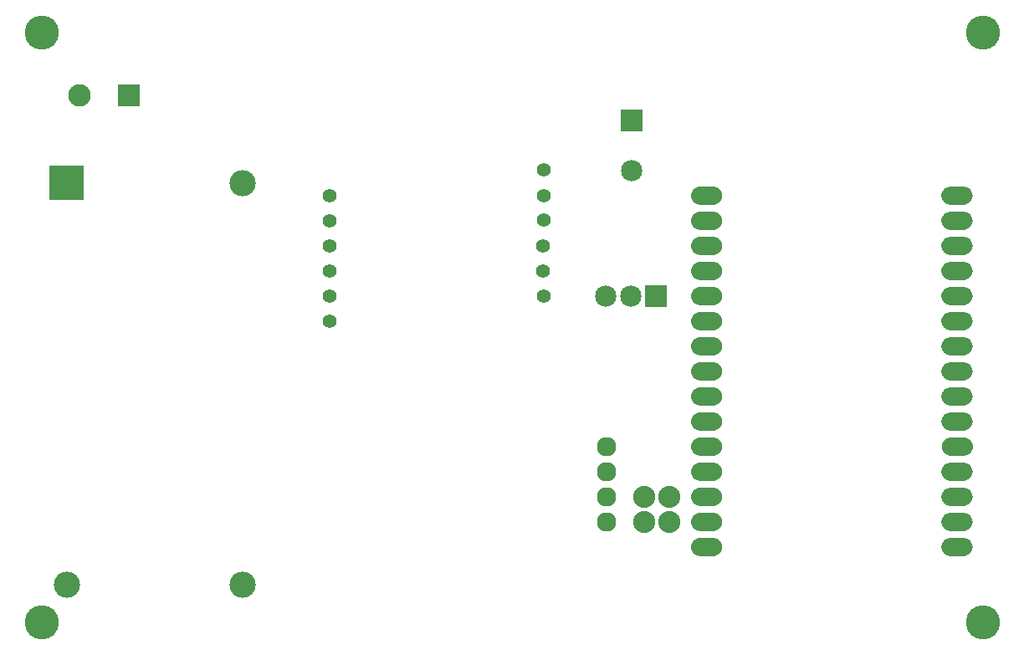
<source format=gbs>
G04 MADE WITH FRITZING*
G04 WWW.FRITZING.ORG*
G04 SINGLE SIDED*
G04 HOLES NOT PLATED*
G04 CONTOUR ON CENTER OF CONTOUR VECTOR*
%ASAXBY*%
%FSLAX23Y23*%
%MOIN*%
%OFA0B0*%
%SFA1.0B1.0*%
%ADD10C,0.085000*%
%ADD11C,0.062000*%
%ADD12C,0.077194*%
%ADD13C,0.104488*%
%ADD14C,0.089370*%
%ADD15C,0.088000*%
%ADD16C,0.055000*%
%ADD17C,0.135984*%
%ADD18R,0.085000X0.085000*%
%ADD19R,0.089370X0.089370*%
%ADD20R,0.001000X0.001000*%
%LNMASK0*%
G90*
G70*
G54D10*
X2441Y2105D03*
X2441Y1905D03*
G54D11*
X2741Y1805D03*
X2741Y1705D03*
X2741Y1605D03*
X2741Y1505D03*
X2741Y1405D03*
X2741Y1305D03*
X2741Y1205D03*
X2741Y1105D03*
X2741Y1005D03*
X2741Y905D03*
X2741Y805D03*
X2741Y705D03*
X2741Y605D03*
X2741Y505D03*
X2741Y405D03*
X3741Y405D03*
X3741Y505D03*
X3741Y605D03*
X3741Y705D03*
X3741Y805D03*
X3741Y905D03*
X3741Y1005D03*
X3741Y1105D03*
X3741Y1205D03*
X3741Y1305D03*
X3741Y1405D03*
X3741Y1505D03*
X3741Y1605D03*
X3741Y1705D03*
X3741Y1805D03*
G54D12*
X2341Y805D03*
X2341Y705D03*
X2341Y605D03*
X2341Y505D03*
G54D13*
X191Y1855D03*
X891Y1855D03*
X891Y255D03*
X191Y255D03*
X191Y1855D03*
X891Y1855D03*
X891Y255D03*
X191Y255D03*
G54D14*
X438Y2205D03*
X241Y2205D03*
G54D15*
X2491Y505D03*
X2591Y505D03*
X2491Y505D03*
X2591Y505D03*
X2491Y605D03*
X2591Y605D03*
X2491Y605D03*
X2591Y605D03*
G54D10*
X2539Y1405D03*
X2439Y1405D03*
X2339Y1405D03*
G54D16*
X1240Y1806D03*
X1239Y1706D03*
X1239Y1606D03*
X1239Y1504D03*
X1239Y1404D03*
X1239Y1304D03*
X2091Y1907D03*
X2091Y1806D03*
X2091Y1707D03*
X2090Y1606D03*
X2090Y1505D03*
X2091Y1405D03*
G54D17*
X3841Y2455D03*
X91Y105D03*
X3841Y105D03*
X91Y2455D03*
G54D18*
X2441Y2105D03*
G54D19*
X438Y2205D03*
G54D18*
X2539Y1405D03*
G54D20*
X123Y1923D02*
X258Y1923D01*
X123Y1922D02*
X258Y1922D01*
X123Y1921D02*
X258Y1921D01*
X123Y1920D02*
X258Y1920D01*
X123Y1919D02*
X258Y1919D01*
X123Y1918D02*
X258Y1918D01*
X123Y1917D02*
X258Y1917D01*
X123Y1916D02*
X258Y1916D01*
X123Y1915D02*
X258Y1915D01*
X123Y1914D02*
X258Y1914D01*
X123Y1913D02*
X258Y1913D01*
X123Y1912D02*
X258Y1912D01*
X123Y1911D02*
X258Y1911D01*
X123Y1910D02*
X258Y1910D01*
X123Y1909D02*
X258Y1909D01*
X123Y1908D02*
X258Y1908D01*
X123Y1907D02*
X258Y1907D01*
X123Y1906D02*
X258Y1906D01*
X123Y1905D02*
X258Y1905D01*
X123Y1904D02*
X258Y1904D01*
X123Y1903D02*
X258Y1903D01*
X123Y1902D02*
X258Y1902D01*
X123Y1901D02*
X258Y1901D01*
X123Y1900D02*
X258Y1900D01*
X123Y1899D02*
X258Y1899D01*
X123Y1898D02*
X258Y1898D01*
X123Y1897D02*
X258Y1897D01*
X123Y1896D02*
X258Y1896D01*
X123Y1895D02*
X258Y1895D01*
X123Y1894D02*
X258Y1894D01*
X123Y1893D02*
X258Y1893D01*
X123Y1892D02*
X258Y1892D01*
X123Y1891D02*
X258Y1891D01*
X123Y1890D02*
X258Y1890D01*
X123Y1889D02*
X258Y1889D01*
X123Y1888D02*
X258Y1888D01*
X123Y1887D02*
X258Y1887D01*
X123Y1886D02*
X258Y1886D01*
X123Y1885D02*
X258Y1885D01*
X123Y1884D02*
X258Y1884D01*
X123Y1883D02*
X258Y1883D01*
X123Y1882D02*
X258Y1882D01*
X123Y1881D02*
X258Y1881D01*
X123Y1880D02*
X258Y1880D01*
X123Y1879D02*
X258Y1879D01*
X123Y1878D02*
X258Y1878D01*
X123Y1877D02*
X258Y1877D01*
X123Y1876D02*
X258Y1876D01*
X123Y1875D02*
X258Y1875D01*
X123Y1874D02*
X258Y1874D01*
X123Y1873D02*
X258Y1873D01*
X123Y1872D02*
X258Y1872D01*
X123Y1871D02*
X258Y1871D01*
X123Y1870D02*
X258Y1870D01*
X123Y1869D02*
X258Y1869D01*
X123Y1868D02*
X258Y1868D01*
X123Y1867D02*
X258Y1867D01*
X123Y1866D02*
X258Y1866D01*
X123Y1865D02*
X258Y1865D01*
X123Y1864D02*
X258Y1864D01*
X123Y1863D02*
X258Y1863D01*
X123Y1862D02*
X258Y1862D01*
X123Y1861D02*
X258Y1861D01*
X123Y1860D02*
X258Y1860D01*
X123Y1859D02*
X258Y1859D01*
X123Y1858D02*
X258Y1858D01*
X123Y1857D02*
X258Y1857D01*
X123Y1856D02*
X190Y1856D01*
X192Y1856D02*
X258Y1856D01*
X123Y1855D02*
X189Y1855D01*
X192Y1855D02*
X258Y1855D01*
X123Y1854D02*
X258Y1854D01*
X123Y1853D02*
X258Y1853D01*
X123Y1852D02*
X258Y1852D01*
X123Y1851D02*
X258Y1851D01*
X123Y1850D02*
X258Y1850D01*
X123Y1849D02*
X258Y1849D01*
X123Y1848D02*
X258Y1848D01*
X123Y1847D02*
X258Y1847D01*
X123Y1846D02*
X258Y1846D01*
X123Y1845D02*
X258Y1845D01*
X123Y1844D02*
X258Y1844D01*
X123Y1843D02*
X258Y1843D01*
X123Y1842D02*
X258Y1842D01*
X123Y1841D02*
X258Y1841D01*
X2713Y1841D02*
X2771Y1841D01*
X3710Y1841D02*
X3768Y1841D01*
X123Y1840D02*
X258Y1840D01*
X2708Y1840D02*
X2776Y1840D01*
X3705Y1840D02*
X3773Y1840D01*
X123Y1839D02*
X258Y1839D01*
X2704Y1839D02*
X2779Y1839D01*
X3702Y1839D02*
X3777Y1839D01*
X123Y1838D02*
X258Y1838D01*
X2702Y1838D02*
X2782Y1838D01*
X3699Y1838D02*
X3779Y1838D01*
X123Y1837D02*
X258Y1837D01*
X2700Y1837D02*
X2784Y1837D01*
X3697Y1837D02*
X3781Y1837D01*
X123Y1836D02*
X258Y1836D01*
X2698Y1836D02*
X2786Y1836D01*
X3695Y1836D02*
X3783Y1836D01*
X123Y1835D02*
X258Y1835D01*
X2696Y1835D02*
X2787Y1835D01*
X3694Y1835D02*
X3785Y1835D01*
X123Y1834D02*
X258Y1834D01*
X2695Y1834D02*
X2789Y1834D01*
X3692Y1834D02*
X3786Y1834D01*
X123Y1833D02*
X258Y1833D01*
X2693Y1833D02*
X2790Y1833D01*
X3691Y1833D02*
X3788Y1833D01*
X123Y1832D02*
X258Y1832D01*
X2692Y1832D02*
X2791Y1832D01*
X3690Y1832D02*
X3789Y1832D01*
X123Y1831D02*
X258Y1831D01*
X2691Y1831D02*
X2792Y1831D01*
X3689Y1831D02*
X3790Y1831D01*
X123Y1830D02*
X258Y1830D01*
X2690Y1830D02*
X2793Y1830D01*
X3688Y1830D02*
X3791Y1830D01*
X123Y1829D02*
X258Y1829D01*
X2689Y1829D02*
X2794Y1829D01*
X3687Y1829D02*
X3792Y1829D01*
X123Y1828D02*
X258Y1828D01*
X2688Y1828D02*
X2795Y1828D01*
X3686Y1828D02*
X3793Y1828D01*
X123Y1827D02*
X258Y1827D01*
X2688Y1827D02*
X2796Y1827D01*
X3685Y1827D02*
X3793Y1827D01*
X123Y1826D02*
X258Y1826D01*
X2687Y1826D02*
X2797Y1826D01*
X3684Y1826D02*
X3794Y1826D01*
X123Y1825D02*
X258Y1825D01*
X2686Y1825D02*
X2797Y1825D01*
X3684Y1825D02*
X3795Y1825D01*
X123Y1824D02*
X258Y1824D01*
X2686Y1824D02*
X2798Y1824D01*
X3683Y1824D02*
X3795Y1824D01*
X123Y1823D02*
X258Y1823D01*
X2685Y1823D02*
X2798Y1823D01*
X3683Y1823D02*
X3796Y1823D01*
X123Y1822D02*
X258Y1822D01*
X2685Y1822D02*
X2799Y1822D01*
X3682Y1822D02*
X3796Y1822D01*
X123Y1821D02*
X258Y1821D01*
X2684Y1821D02*
X2799Y1821D01*
X3682Y1821D02*
X3797Y1821D01*
X123Y1820D02*
X258Y1820D01*
X2684Y1820D02*
X2800Y1820D01*
X3681Y1820D02*
X3797Y1820D01*
X123Y1819D02*
X258Y1819D01*
X2683Y1819D02*
X2800Y1819D01*
X3681Y1819D02*
X3798Y1819D01*
X123Y1818D02*
X258Y1818D01*
X2683Y1818D02*
X2801Y1818D01*
X3680Y1818D02*
X3798Y1818D01*
X123Y1817D02*
X258Y1817D01*
X2682Y1817D02*
X2801Y1817D01*
X3680Y1817D02*
X3799Y1817D01*
X123Y1816D02*
X258Y1816D01*
X2682Y1816D02*
X2801Y1816D01*
X3680Y1816D02*
X3799Y1816D01*
X123Y1815D02*
X258Y1815D01*
X2682Y1815D02*
X2802Y1815D01*
X3678Y1815D02*
X3799Y1815D01*
X123Y1814D02*
X258Y1814D01*
X2682Y1814D02*
X2802Y1814D01*
X3678Y1814D02*
X3799Y1814D01*
X123Y1813D02*
X258Y1813D01*
X2681Y1813D02*
X2802Y1813D01*
X3678Y1813D02*
X3800Y1813D01*
X123Y1812D02*
X258Y1812D01*
X2681Y1812D02*
X2802Y1812D01*
X3678Y1812D02*
X3800Y1812D01*
X123Y1811D02*
X258Y1811D01*
X2681Y1811D02*
X2740Y1811D01*
X2745Y1811D02*
X2803Y1811D01*
X3678Y1811D02*
X3736Y1811D01*
X3742Y1811D02*
X3800Y1811D01*
X123Y1810D02*
X258Y1810D01*
X2681Y1810D02*
X2738Y1810D01*
X2747Y1810D02*
X2803Y1810D01*
X3678Y1810D02*
X3735Y1810D01*
X3743Y1810D02*
X3800Y1810D01*
X123Y1809D02*
X258Y1809D01*
X2681Y1809D02*
X2737Y1809D01*
X2748Y1809D02*
X2803Y1809D01*
X3678Y1809D02*
X3734Y1809D01*
X3744Y1809D02*
X3800Y1809D01*
X123Y1808D02*
X258Y1808D01*
X2680Y1808D02*
X2737Y1808D01*
X2748Y1808D02*
X2803Y1808D01*
X3678Y1808D02*
X3733Y1808D01*
X3745Y1808D02*
X3801Y1808D01*
X123Y1807D02*
X258Y1807D01*
X2680Y1807D02*
X2736Y1807D01*
X2749Y1807D02*
X2803Y1807D01*
X3678Y1807D02*
X3733Y1807D01*
X3746Y1807D02*
X3801Y1807D01*
X123Y1806D02*
X258Y1806D01*
X2680Y1806D02*
X2736Y1806D01*
X2749Y1806D02*
X2803Y1806D01*
X3678Y1806D02*
X3733Y1806D01*
X3746Y1806D02*
X3801Y1806D01*
X123Y1805D02*
X258Y1805D01*
X2680Y1805D02*
X2736Y1805D01*
X2749Y1805D02*
X2803Y1805D01*
X3678Y1805D02*
X3733Y1805D01*
X3746Y1805D02*
X3801Y1805D01*
X123Y1804D02*
X258Y1804D01*
X2680Y1804D02*
X2736Y1804D01*
X2749Y1804D02*
X2803Y1804D01*
X3678Y1804D02*
X3733Y1804D01*
X3746Y1804D02*
X3801Y1804D01*
X123Y1803D02*
X258Y1803D01*
X2680Y1803D02*
X2736Y1803D01*
X2749Y1803D02*
X2803Y1803D01*
X3678Y1803D02*
X3733Y1803D01*
X3745Y1803D02*
X3801Y1803D01*
X123Y1802D02*
X258Y1802D01*
X2680Y1802D02*
X2737Y1802D01*
X2748Y1802D02*
X2803Y1802D01*
X3678Y1802D02*
X3734Y1802D01*
X3745Y1802D02*
X3801Y1802D01*
X123Y1801D02*
X258Y1801D01*
X2681Y1801D02*
X2738Y1801D01*
X2747Y1801D02*
X2803Y1801D01*
X3678Y1801D02*
X3735Y1801D01*
X3744Y1801D02*
X3800Y1801D01*
X123Y1800D02*
X258Y1800D01*
X2681Y1800D02*
X2739Y1800D01*
X2746Y1800D02*
X2803Y1800D01*
X3678Y1800D02*
X3736Y1800D01*
X3743Y1800D02*
X3800Y1800D01*
X123Y1799D02*
X258Y1799D01*
X2681Y1799D02*
X2803Y1799D01*
X3678Y1799D02*
X3800Y1799D01*
X123Y1798D02*
X258Y1798D01*
X2681Y1798D02*
X2802Y1798D01*
X3679Y1798D02*
X3800Y1798D01*
X123Y1797D02*
X258Y1797D01*
X2681Y1797D02*
X2802Y1797D01*
X3679Y1797D02*
X3800Y1797D01*
X123Y1796D02*
X258Y1796D01*
X2682Y1796D02*
X2802Y1796D01*
X3679Y1796D02*
X3799Y1796D01*
X123Y1795D02*
X258Y1795D01*
X2682Y1795D02*
X2802Y1795D01*
X3679Y1795D02*
X3799Y1795D01*
X123Y1794D02*
X258Y1794D01*
X2682Y1794D02*
X2801Y1794D01*
X3680Y1794D02*
X3799Y1794D01*
X123Y1793D02*
X258Y1793D01*
X2683Y1793D02*
X2801Y1793D01*
X3680Y1793D02*
X3798Y1793D01*
X123Y1792D02*
X258Y1792D01*
X2683Y1792D02*
X2800Y1792D01*
X3681Y1792D02*
X3798Y1792D01*
X123Y1791D02*
X258Y1791D01*
X2683Y1791D02*
X2800Y1791D01*
X3681Y1791D02*
X3798Y1791D01*
X123Y1790D02*
X258Y1790D01*
X2684Y1790D02*
X2800Y1790D01*
X3681Y1790D02*
X3797Y1790D01*
X123Y1789D02*
X258Y1789D01*
X2684Y1789D02*
X2799Y1789D01*
X3682Y1789D02*
X3797Y1789D01*
X123Y1788D02*
X258Y1788D01*
X2685Y1788D02*
X2799Y1788D01*
X3682Y1788D02*
X3796Y1788D01*
X2685Y1787D02*
X2798Y1787D01*
X3683Y1787D02*
X3796Y1787D01*
X2686Y1786D02*
X2797Y1786D01*
X3684Y1786D02*
X3795Y1786D01*
X2687Y1785D02*
X2797Y1785D01*
X3684Y1785D02*
X3794Y1785D01*
X2687Y1784D02*
X2796Y1784D01*
X3685Y1784D02*
X3794Y1784D01*
X2688Y1783D02*
X2795Y1783D01*
X3686Y1783D02*
X3793Y1783D01*
X2689Y1782D02*
X2795Y1782D01*
X3686Y1782D02*
X3792Y1782D01*
X2690Y1781D02*
X2794Y1781D01*
X3687Y1781D02*
X3791Y1781D01*
X2691Y1780D02*
X2793Y1780D01*
X3688Y1780D02*
X3790Y1780D01*
X2692Y1779D02*
X2792Y1779D01*
X3689Y1779D02*
X3789Y1779D01*
X2693Y1778D02*
X2791Y1778D01*
X3690Y1778D02*
X3788Y1778D01*
X2694Y1777D02*
X2789Y1777D01*
X3692Y1777D02*
X3787Y1777D01*
X2696Y1776D02*
X2788Y1776D01*
X3693Y1776D02*
X3785Y1776D01*
X2697Y1775D02*
X2786Y1775D01*
X3695Y1775D02*
X3784Y1775D01*
X2699Y1774D02*
X2785Y1774D01*
X3696Y1774D02*
X3782Y1774D01*
X2701Y1773D02*
X2783Y1773D01*
X3698Y1773D02*
X3780Y1773D01*
X2703Y1772D02*
X2780Y1772D01*
X3701Y1772D02*
X3778Y1772D01*
X2706Y1771D02*
X2778Y1771D01*
X3703Y1771D02*
X3775Y1771D01*
X2710Y1770D02*
X2774Y1770D01*
X3707Y1770D02*
X3771Y1770D01*
X2712Y1741D02*
X2771Y1741D01*
X3710Y1741D02*
X3768Y1741D01*
X2708Y1740D02*
X2776Y1740D01*
X3705Y1740D02*
X3773Y1740D01*
X2704Y1739D02*
X2779Y1739D01*
X3702Y1739D02*
X3777Y1739D01*
X2702Y1738D02*
X2782Y1738D01*
X3699Y1738D02*
X3779Y1738D01*
X2700Y1737D02*
X2784Y1737D01*
X3697Y1737D02*
X3781Y1737D01*
X2698Y1736D02*
X2786Y1736D01*
X3695Y1736D02*
X3783Y1736D01*
X2696Y1735D02*
X2787Y1735D01*
X3694Y1735D02*
X3785Y1735D01*
X2695Y1734D02*
X2789Y1734D01*
X3692Y1734D02*
X3786Y1734D01*
X2693Y1733D02*
X2790Y1733D01*
X3691Y1733D02*
X3788Y1733D01*
X2692Y1732D02*
X2791Y1732D01*
X3690Y1732D02*
X3789Y1732D01*
X2691Y1731D02*
X2792Y1731D01*
X3689Y1731D02*
X3790Y1731D01*
X2690Y1730D02*
X2793Y1730D01*
X3688Y1730D02*
X3791Y1730D01*
X2689Y1729D02*
X2794Y1729D01*
X3687Y1729D02*
X3792Y1729D01*
X2688Y1728D02*
X2795Y1728D01*
X3686Y1728D02*
X3793Y1728D01*
X2688Y1727D02*
X2796Y1727D01*
X3685Y1727D02*
X3793Y1727D01*
X2687Y1726D02*
X2796Y1726D01*
X3684Y1726D02*
X3794Y1726D01*
X2686Y1725D02*
X2797Y1725D01*
X3684Y1725D02*
X3795Y1725D01*
X2686Y1724D02*
X2798Y1724D01*
X3683Y1724D02*
X3795Y1724D01*
X2685Y1723D02*
X2798Y1723D01*
X3683Y1723D02*
X3796Y1723D01*
X2685Y1722D02*
X2799Y1722D01*
X3682Y1722D02*
X3796Y1722D01*
X2684Y1721D02*
X2799Y1721D01*
X3682Y1721D02*
X3797Y1721D01*
X2684Y1720D02*
X2800Y1720D01*
X3681Y1720D02*
X3797Y1720D01*
X2683Y1719D02*
X2800Y1719D01*
X3681Y1719D02*
X3798Y1719D01*
X2683Y1718D02*
X2801Y1718D01*
X3680Y1718D02*
X3798Y1718D01*
X2682Y1717D02*
X2801Y1717D01*
X3680Y1717D02*
X3799Y1717D01*
X2682Y1716D02*
X2801Y1716D01*
X3680Y1716D02*
X3799Y1716D01*
X2682Y1715D02*
X2802Y1715D01*
X3678Y1715D02*
X3799Y1715D01*
X2681Y1714D02*
X2802Y1714D01*
X3678Y1714D02*
X3799Y1714D01*
X2681Y1713D02*
X2802Y1713D01*
X3678Y1713D02*
X3800Y1713D01*
X2681Y1712D02*
X2802Y1712D01*
X3678Y1712D02*
X3800Y1712D01*
X2681Y1711D02*
X2740Y1711D01*
X2745Y1711D02*
X2803Y1711D01*
X3678Y1711D02*
X3737Y1711D01*
X3742Y1711D02*
X3800Y1711D01*
X2681Y1710D02*
X2738Y1710D01*
X2747Y1710D02*
X2803Y1710D01*
X3678Y1710D02*
X3735Y1710D01*
X3744Y1710D02*
X3800Y1710D01*
X2680Y1709D02*
X2737Y1709D01*
X2748Y1709D02*
X2803Y1709D01*
X3678Y1709D02*
X3734Y1709D01*
X3745Y1709D02*
X3800Y1709D01*
X2680Y1708D02*
X2736Y1708D01*
X2748Y1708D02*
X2803Y1708D01*
X3678Y1708D02*
X3733Y1708D01*
X3745Y1708D02*
X3801Y1708D01*
X2680Y1707D02*
X2736Y1707D01*
X2749Y1707D02*
X2803Y1707D01*
X3678Y1707D02*
X3733Y1707D01*
X3746Y1707D02*
X3801Y1707D01*
X2680Y1706D02*
X2736Y1706D01*
X2749Y1706D02*
X2803Y1706D01*
X3678Y1706D02*
X3733Y1706D01*
X3746Y1706D02*
X3801Y1706D01*
X2680Y1705D02*
X2736Y1705D01*
X2749Y1705D02*
X2803Y1705D01*
X3678Y1705D02*
X3733Y1705D01*
X3746Y1705D02*
X3801Y1705D01*
X2680Y1704D02*
X2736Y1704D01*
X2749Y1704D02*
X2803Y1704D01*
X3678Y1704D02*
X3733Y1704D01*
X3746Y1704D02*
X3801Y1704D01*
X2680Y1703D02*
X2736Y1703D01*
X2749Y1703D02*
X2803Y1703D01*
X3678Y1703D02*
X3733Y1703D01*
X3745Y1703D02*
X3801Y1703D01*
X2680Y1702D02*
X2737Y1702D01*
X2748Y1702D02*
X2803Y1702D01*
X3678Y1702D02*
X3734Y1702D01*
X3745Y1702D02*
X3801Y1702D01*
X2681Y1701D02*
X2738Y1701D01*
X2747Y1701D02*
X2803Y1701D01*
X3678Y1701D02*
X3734Y1701D01*
X3744Y1701D02*
X3800Y1701D01*
X2681Y1700D02*
X2739Y1700D01*
X2746Y1700D02*
X2803Y1700D01*
X3678Y1700D02*
X3736Y1700D01*
X3743Y1700D02*
X3800Y1700D01*
X2681Y1699D02*
X2802Y1699D01*
X3678Y1699D02*
X3800Y1699D01*
X2681Y1698D02*
X2802Y1698D01*
X3679Y1698D02*
X3800Y1698D01*
X2681Y1697D02*
X2802Y1697D01*
X3679Y1697D02*
X3800Y1697D01*
X2682Y1696D02*
X2802Y1696D01*
X3679Y1696D02*
X3799Y1696D01*
X2682Y1695D02*
X2801Y1695D01*
X3679Y1695D02*
X3799Y1695D01*
X2682Y1694D02*
X2801Y1694D01*
X3680Y1694D02*
X3799Y1694D01*
X2683Y1693D02*
X2801Y1693D01*
X3680Y1693D02*
X3798Y1693D01*
X2683Y1692D02*
X2800Y1692D01*
X3681Y1692D02*
X3798Y1692D01*
X2683Y1691D02*
X2800Y1691D01*
X3681Y1691D02*
X3798Y1691D01*
X2684Y1690D02*
X2800Y1690D01*
X3681Y1690D02*
X3797Y1690D01*
X2684Y1689D02*
X2799Y1689D01*
X3682Y1689D02*
X3797Y1689D01*
X2685Y1688D02*
X2799Y1688D01*
X3682Y1688D02*
X3796Y1688D01*
X2685Y1687D02*
X2798Y1687D01*
X3683Y1687D02*
X3796Y1687D01*
X2686Y1686D02*
X2797Y1686D01*
X3684Y1686D02*
X3795Y1686D01*
X2687Y1685D02*
X2797Y1685D01*
X3684Y1685D02*
X3794Y1685D01*
X2687Y1684D02*
X2796Y1684D01*
X3685Y1684D02*
X3794Y1684D01*
X2688Y1683D02*
X2795Y1683D01*
X3686Y1683D02*
X3793Y1683D01*
X2689Y1682D02*
X2795Y1682D01*
X3686Y1682D02*
X3792Y1682D01*
X2690Y1681D02*
X2794Y1681D01*
X3687Y1681D02*
X3791Y1681D01*
X2691Y1680D02*
X2793Y1680D01*
X3688Y1680D02*
X3790Y1680D01*
X2692Y1679D02*
X2792Y1679D01*
X3689Y1679D02*
X3789Y1679D01*
X2693Y1678D02*
X2791Y1678D01*
X3690Y1678D02*
X3788Y1678D01*
X2694Y1677D02*
X2789Y1677D01*
X3692Y1677D02*
X3787Y1677D01*
X2695Y1676D02*
X2788Y1676D01*
X3693Y1676D02*
X3785Y1676D01*
X2697Y1675D02*
X2786Y1675D01*
X3695Y1675D02*
X3784Y1675D01*
X2699Y1674D02*
X2785Y1674D01*
X3696Y1674D02*
X3782Y1674D01*
X2701Y1673D02*
X2783Y1673D01*
X3698Y1673D02*
X3780Y1673D01*
X2703Y1672D02*
X2780Y1672D01*
X3701Y1672D02*
X3778Y1672D01*
X2706Y1671D02*
X2778Y1671D01*
X3703Y1671D02*
X3775Y1671D01*
X2709Y1670D02*
X2774Y1670D01*
X3707Y1670D02*
X3771Y1670D01*
X2712Y1641D02*
X2771Y1641D01*
X3710Y1641D02*
X3768Y1641D01*
X2707Y1640D02*
X2776Y1640D01*
X3705Y1640D02*
X3773Y1640D01*
X2704Y1639D02*
X2779Y1639D01*
X3702Y1639D02*
X3777Y1639D01*
X2702Y1638D02*
X2782Y1638D01*
X3699Y1638D02*
X3779Y1638D01*
X2700Y1637D02*
X2784Y1637D01*
X3697Y1637D02*
X3781Y1637D01*
X2698Y1636D02*
X2785Y1636D01*
X3695Y1636D02*
X3783Y1636D01*
X2696Y1635D02*
X2787Y1635D01*
X3694Y1635D02*
X3785Y1635D01*
X2695Y1634D02*
X2789Y1634D01*
X3692Y1634D02*
X3786Y1634D01*
X2693Y1633D02*
X2790Y1633D01*
X3691Y1633D02*
X3788Y1633D01*
X2692Y1632D02*
X2791Y1632D01*
X3690Y1632D02*
X3789Y1632D01*
X2691Y1631D02*
X2792Y1631D01*
X3689Y1631D02*
X3790Y1631D01*
X2690Y1630D02*
X2793Y1630D01*
X3688Y1630D02*
X3791Y1630D01*
X2689Y1629D02*
X2794Y1629D01*
X3687Y1629D02*
X3792Y1629D01*
X2688Y1628D02*
X2795Y1628D01*
X3686Y1628D02*
X3793Y1628D01*
X2688Y1627D02*
X2796Y1627D01*
X3685Y1627D02*
X3793Y1627D01*
X2687Y1626D02*
X2796Y1626D01*
X3684Y1626D02*
X3794Y1626D01*
X2686Y1625D02*
X2797Y1625D01*
X3684Y1625D02*
X3795Y1625D01*
X2686Y1624D02*
X2798Y1624D01*
X3683Y1624D02*
X3795Y1624D01*
X2685Y1623D02*
X2798Y1623D01*
X3683Y1623D02*
X3796Y1623D01*
X2684Y1622D02*
X2799Y1622D01*
X3682Y1622D02*
X3796Y1622D01*
X2684Y1621D02*
X2799Y1621D01*
X3682Y1621D02*
X3797Y1621D01*
X2684Y1620D02*
X2800Y1620D01*
X3681Y1620D02*
X3797Y1620D01*
X2683Y1619D02*
X2800Y1619D01*
X3681Y1619D02*
X3798Y1619D01*
X2683Y1618D02*
X2801Y1618D01*
X3680Y1618D02*
X3798Y1618D01*
X2682Y1617D02*
X2801Y1617D01*
X3680Y1617D02*
X3799Y1617D01*
X2682Y1616D02*
X2801Y1616D01*
X3680Y1616D02*
X3799Y1616D01*
X2682Y1615D02*
X2802Y1615D01*
X3678Y1615D02*
X3799Y1615D01*
X2681Y1614D02*
X2802Y1614D01*
X3678Y1614D02*
X3799Y1614D01*
X2681Y1613D02*
X2802Y1613D01*
X3678Y1613D02*
X3800Y1613D01*
X2681Y1612D02*
X2802Y1612D01*
X3678Y1612D02*
X3800Y1612D01*
X2681Y1611D02*
X2740Y1611D01*
X2745Y1611D02*
X2803Y1611D01*
X3678Y1611D02*
X3737Y1611D01*
X3742Y1611D02*
X3800Y1611D01*
X2681Y1610D02*
X2738Y1610D01*
X2747Y1610D02*
X2803Y1610D01*
X3678Y1610D02*
X3735Y1610D01*
X3744Y1610D02*
X3800Y1610D01*
X2680Y1609D02*
X2737Y1609D01*
X2748Y1609D02*
X2803Y1609D01*
X3678Y1609D02*
X3734Y1609D01*
X3745Y1609D02*
X3800Y1609D01*
X2680Y1608D02*
X2736Y1608D01*
X2748Y1608D02*
X2803Y1608D01*
X3678Y1608D02*
X3733Y1608D01*
X3745Y1608D02*
X3801Y1608D01*
X2680Y1607D02*
X2736Y1607D01*
X2749Y1607D02*
X2803Y1607D01*
X3678Y1607D02*
X3733Y1607D01*
X3746Y1607D02*
X3801Y1607D01*
X2680Y1606D02*
X2736Y1606D01*
X2749Y1606D02*
X2803Y1606D01*
X3678Y1606D02*
X3733Y1606D01*
X3746Y1606D02*
X3801Y1606D01*
X2680Y1605D02*
X2736Y1605D01*
X2749Y1605D02*
X2803Y1605D01*
X3678Y1605D02*
X3733Y1605D01*
X3746Y1605D02*
X3801Y1605D01*
X2680Y1604D02*
X2736Y1604D01*
X2749Y1604D02*
X2803Y1604D01*
X3678Y1604D02*
X3733Y1604D01*
X3746Y1604D02*
X3801Y1604D01*
X2680Y1603D02*
X2736Y1603D01*
X2749Y1603D02*
X2803Y1603D01*
X3678Y1603D02*
X3733Y1603D01*
X3745Y1603D02*
X3801Y1603D01*
X2680Y1602D02*
X2737Y1602D01*
X2748Y1602D02*
X2803Y1602D01*
X3678Y1602D02*
X3734Y1602D01*
X3745Y1602D02*
X3801Y1602D01*
X2680Y1601D02*
X2738Y1601D01*
X2747Y1601D02*
X2803Y1601D01*
X3678Y1601D02*
X3734Y1601D01*
X3744Y1601D02*
X3800Y1601D01*
X2681Y1600D02*
X2739Y1600D01*
X2746Y1600D02*
X2803Y1600D01*
X3678Y1600D02*
X3736Y1600D01*
X3743Y1600D02*
X3800Y1600D01*
X2681Y1599D02*
X2802Y1599D01*
X3678Y1599D02*
X3800Y1599D01*
X2681Y1598D02*
X2802Y1598D01*
X3679Y1598D02*
X3800Y1598D01*
X2681Y1597D02*
X2802Y1597D01*
X3679Y1597D02*
X3800Y1597D01*
X2682Y1596D02*
X2802Y1596D01*
X3679Y1596D02*
X3799Y1596D01*
X2682Y1595D02*
X2801Y1595D01*
X3679Y1595D02*
X3799Y1595D01*
X2682Y1594D02*
X2801Y1594D01*
X3680Y1594D02*
X3799Y1594D01*
X2683Y1593D02*
X2801Y1593D01*
X3680Y1593D02*
X3798Y1593D01*
X2683Y1592D02*
X2800Y1592D01*
X3681Y1592D02*
X3798Y1592D01*
X2683Y1591D02*
X2800Y1591D01*
X3681Y1591D02*
X3798Y1591D01*
X2684Y1590D02*
X2800Y1590D01*
X3681Y1590D02*
X3797Y1590D01*
X2684Y1589D02*
X2799Y1589D01*
X3682Y1589D02*
X3797Y1589D01*
X2685Y1588D02*
X2799Y1588D01*
X3682Y1588D02*
X3796Y1588D01*
X2685Y1587D02*
X2798Y1587D01*
X3683Y1587D02*
X3796Y1587D01*
X2686Y1586D02*
X2797Y1586D01*
X3684Y1586D02*
X3795Y1586D01*
X2687Y1585D02*
X2797Y1585D01*
X3684Y1585D02*
X3794Y1585D01*
X2687Y1584D02*
X2796Y1584D01*
X3685Y1584D02*
X3794Y1584D01*
X2688Y1583D02*
X2795Y1583D01*
X3686Y1583D02*
X3793Y1583D01*
X2689Y1582D02*
X2795Y1582D01*
X3686Y1582D02*
X3792Y1582D01*
X2690Y1581D02*
X2794Y1581D01*
X3687Y1581D02*
X3791Y1581D01*
X2691Y1580D02*
X2793Y1580D01*
X3688Y1580D02*
X3790Y1580D01*
X2692Y1579D02*
X2792Y1579D01*
X3689Y1579D02*
X3789Y1579D01*
X2693Y1578D02*
X2791Y1578D01*
X3690Y1578D02*
X3788Y1578D01*
X2694Y1577D02*
X2789Y1577D01*
X3692Y1577D02*
X3787Y1577D01*
X2695Y1576D02*
X2788Y1576D01*
X3693Y1576D02*
X3785Y1576D01*
X2697Y1575D02*
X2786Y1575D01*
X3695Y1575D02*
X3784Y1575D01*
X2699Y1574D02*
X2785Y1574D01*
X3696Y1574D02*
X3782Y1574D01*
X2701Y1573D02*
X2783Y1573D01*
X3698Y1573D02*
X3780Y1573D01*
X2703Y1572D02*
X2780Y1572D01*
X3701Y1572D02*
X3778Y1572D01*
X2706Y1571D02*
X2778Y1571D01*
X3703Y1571D02*
X3775Y1571D01*
X2710Y1570D02*
X2774Y1570D01*
X3707Y1570D02*
X3771Y1570D01*
X2712Y1541D02*
X2771Y1541D01*
X3710Y1541D02*
X3768Y1541D01*
X2708Y1540D02*
X2776Y1540D01*
X3705Y1540D02*
X3773Y1540D01*
X2704Y1539D02*
X2779Y1539D01*
X3702Y1539D02*
X3777Y1539D01*
X2702Y1538D02*
X2782Y1538D01*
X3699Y1538D02*
X3779Y1538D01*
X2700Y1537D02*
X2784Y1537D01*
X3697Y1537D02*
X3781Y1537D01*
X2698Y1536D02*
X2786Y1536D01*
X3695Y1536D02*
X3783Y1536D01*
X2696Y1535D02*
X2787Y1535D01*
X3694Y1535D02*
X3785Y1535D01*
X2695Y1534D02*
X2789Y1534D01*
X3692Y1534D02*
X3786Y1534D01*
X2693Y1533D02*
X2790Y1533D01*
X3691Y1533D02*
X3788Y1533D01*
X2692Y1532D02*
X2791Y1532D01*
X3690Y1532D02*
X3789Y1532D01*
X2691Y1531D02*
X2792Y1531D01*
X3689Y1531D02*
X3790Y1531D01*
X2690Y1530D02*
X2793Y1530D01*
X3688Y1530D02*
X3791Y1530D01*
X2689Y1529D02*
X2794Y1529D01*
X3687Y1529D02*
X3792Y1529D01*
X2688Y1528D02*
X2795Y1528D01*
X3686Y1528D02*
X3793Y1528D01*
X2688Y1527D02*
X2796Y1527D01*
X3685Y1527D02*
X3793Y1527D01*
X2687Y1526D02*
X2796Y1526D01*
X3684Y1526D02*
X3794Y1526D01*
X2686Y1525D02*
X2797Y1525D01*
X3684Y1525D02*
X3795Y1525D01*
X2686Y1524D02*
X2798Y1524D01*
X3683Y1524D02*
X3795Y1524D01*
X2685Y1523D02*
X2798Y1523D01*
X3683Y1523D02*
X3796Y1523D01*
X2685Y1522D02*
X2799Y1522D01*
X3682Y1522D02*
X3796Y1522D01*
X2684Y1521D02*
X2799Y1521D01*
X3682Y1521D02*
X3797Y1521D01*
X2684Y1520D02*
X2800Y1520D01*
X3681Y1520D02*
X3797Y1520D01*
X2683Y1519D02*
X2800Y1519D01*
X3681Y1519D02*
X3798Y1519D01*
X2683Y1518D02*
X2801Y1518D01*
X3680Y1518D02*
X3798Y1518D01*
X2682Y1517D02*
X2801Y1517D01*
X3680Y1517D02*
X3799Y1517D01*
X2682Y1516D02*
X2801Y1516D01*
X3680Y1516D02*
X3799Y1516D01*
X2682Y1515D02*
X2802Y1515D01*
X3678Y1515D02*
X3799Y1515D01*
X2681Y1514D02*
X2802Y1514D01*
X3678Y1514D02*
X3799Y1514D01*
X2681Y1513D02*
X2802Y1513D01*
X3678Y1513D02*
X3800Y1513D01*
X2681Y1512D02*
X2802Y1512D01*
X3678Y1512D02*
X3800Y1512D01*
X2681Y1511D02*
X2740Y1511D01*
X2745Y1511D02*
X2803Y1511D01*
X3678Y1511D02*
X3737Y1511D01*
X3742Y1511D02*
X3800Y1511D01*
X2681Y1510D02*
X2738Y1510D01*
X2747Y1510D02*
X2803Y1510D01*
X3678Y1510D02*
X3735Y1510D01*
X3744Y1510D02*
X3800Y1510D01*
X2680Y1509D02*
X2737Y1509D01*
X2748Y1509D02*
X2803Y1509D01*
X3678Y1509D02*
X3734Y1509D01*
X3745Y1509D02*
X3800Y1509D01*
X2680Y1508D02*
X2736Y1508D01*
X2748Y1508D02*
X2803Y1508D01*
X3678Y1508D02*
X3733Y1508D01*
X3745Y1508D02*
X3801Y1508D01*
X2680Y1507D02*
X2736Y1507D01*
X2749Y1507D02*
X2803Y1507D01*
X3678Y1507D02*
X3733Y1507D01*
X3746Y1507D02*
X3801Y1507D01*
X2680Y1506D02*
X2736Y1506D01*
X2749Y1506D02*
X2803Y1506D01*
X3678Y1506D02*
X3733Y1506D01*
X3746Y1506D02*
X3801Y1506D01*
X2680Y1505D02*
X2736Y1505D01*
X2749Y1505D02*
X2803Y1505D01*
X3678Y1505D02*
X3733Y1505D01*
X3746Y1505D02*
X3801Y1505D01*
X2680Y1504D02*
X2736Y1504D01*
X2749Y1504D02*
X2803Y1504D01*
X3678Y1504D02*
X3733Y1504D01*
X3746Y1504D02*
X3801Y1504D01*
X2680Y1503D02*
X2736Y1503D01*
X2749Y1503D02*
X2803Y1503D01*
X3678Y1503D02*
X3733Y1503D01*
X3745Y1503D02*
X3801Y1503D01*
X2680Y1502D02*
X2737Y1502D01*
X2748Y1502D02*
X2803Y1502D01*
X3678Y1502D02*
X3734Y1502D01*
X3745Y1502D02*
X3801Y1502D01*
X2681Y1501D02*
X2738Y1501D01*
X2747Y1501D02*
X2803Y1501D01*
X3678Y1501D02*
X3734Y1501D01*
X3744Y1501D02*
X3800Y1501D01*
X2681Y1500D02*
X2739Y1500D01*
X2746Y1500D02*
X2803Y1500D01*
X3678Y1500D02*
X3736Y1500D01*
X3743Y1500D02*
X3800Y1500D01*
X2681Y1499D02*
X2802Y1499D01*
X3678Y1499D02*
X3800Y1499D01*
X2681Y1498D02*
X2802Y1498D01*
X3679Y1498D02*
X3800Y1498D01*
X2681Y1497D02*
X2802Y1497D01*
X3679Y1497D02*
X3800Y1497D01*
X2682Y1496D02*
X2802Y1496D01*
X3679Y1496D02*
X3799Y1496D01*
X2682Y1495D02*
X2801Y1495D01*
X3679Y1495D02*
X3799Y1495D01*
X2682Y1494D02*
X2801Y1494D01*
X3680Y1494D02*
X3799Y1494D01*
X2683Y1493D02*
X2801Y1493D01*
X3680Y1493D02*
X3798Y1493D01*
X2683Y1492D02*
X2800Y1492D01*
X3681Y1492D02*
X3798Y1492D01*
X2683Y1491D02*
X2800Y1491D01*
X3681Y1491D02*
X3798Y1491D01*
X2684Y1490D02*
X2800Y1490D01*
X3681Y1490D02*
X3797Y1490D01*
X2684Y1489D02*
X2799Y1489D01*
X3682Y1489D02*
X3797Y1489D01*
X2685Y1488D02*
X2799Y1488D01*
X3682Y1488D02*
X3796Y1488D01*
X2685Y1487D02*
X2798Y1487D01*
X3683Y1487D02*
X3796Y1487D01*
X2686Y1486D02*
X2797Y1486D01*
X3684Y1486D02*
X3795Y1486D01*
X2687Y1485D02*
X2797Y1485D01*
X3684Y1485D02*
X3794Y1485D01*
X2687Y1484D02*
X2796Y1484D01*
X3685Y1484D02*
X3794Y1484D01*
X2688Y1483D02*
X2795Y1483D01*
X3686Y1483D02*
X3793Y1483D01*
X2689Y1482D02*
X2795Y1482D01*
X3686Y1482D02*
X3792Y1482D01*
X2690Y1481D02*
X2794Y1481D01*
X3687Y1481D02*
X3791Y1481D01*
X2691Y1480D02*
X2793Y1480D01*
X3688Y1480D02*
X3790Y1480D01*
X2692Y1479D02*
X2792Y1479D01*
X3689Y1479D02*
X3789Y1479D01*
X2693Y1478D02*
X2791Y1478D01*
X3690Y1478D02*
X3788Y1478D01*
X2694Y1477D02*
X2789Y1477D01*
X3692Y1477D02*
X3787Y1477D01*
X2695Y1476D02*
X2788Y1476D01*
X3693Y1476D02*
X3785Y1476D01*
X2697Y1475D02*
X2786Y1475D01*
X3695Y1475D02*
X3784Y1475D01*
X2699Y1474D02*
X2785Y1474D01*
X3696Y1474D02*
X3782Y1474D01*
X2701Y1473D02*
X2783Y1473D01*
X3698Y1473D02*
X3780Y1473D01*
X2703Y1472D02*
X2780Y1472D01*
X3701Y1472D02*
X3778Y1472D01*
X2706Y1471D02*
X2778Y1471D01*
X3703Y1471D02*
X3775Y1471D01*
X2710Y1470D02*
X2774Y1470D01*
X3707Y1470D02*
X3771Y1470D01*
X2712Y1441D02*
X2771Y1441D01*
X3710Y1441D02*
X3768Y1441D01*
X2707Y1440D02*
X2776Y1440D01*
X3705Y1440D02*
X3773Y1440D01*
X2704Y1439D02*
X2779Y1439D01*
X3702Y1439D02*
X3777Y1439D01*
X2702Y1438D02*
X2782Y1438D01*
X3699Y1438D02*
X3779Y1438D01*
X2700Y1437D02*
X2784Y1437D01*
X3697Y1437D02*
X3781Y1437D01*
X2698Y1436D02*
X2786Y1436D01*
X3695Y1436D02*
X3783Y1436D01*
X2696Y1435D02*
X2787Y1435D01*
X3694Y1435D02*
X3785Y1435D01*
X2695Y1434D02*
X2789Y1434D01*
X3692Y1434D02*
X3786Y1434D01*
X2693Y1433D02*
X2790Y1433D01*
X3691Y1433D02*
X3788Y1433D01*
X2692Y1432D02*
X2791Y1432D01*
X3690Y1432D02*
X3789Y1432D01*
X2691Y1431D02*
X2792Y1431D01*
X3689Y1431D02*
X3790Y1431D01*
X2690Y1430D02*
X2793Y1430D01*
X3688Y1430D02*
X3791Y1430D01*
X2689Y1429D02*
X2794Y1429D01*
X3687Y1429D02*
X3792Y1429D01*
X2688Y1428D02*
X2795Y1428D01*
X3686Y1428D02*
X3793Y1428D01*
X2688Y1427D02*
X2796Y1427D01*
X3685Y1427D02*
X3793Y1427D01*
X2687Y1426D02*
X2796Y1426D01*
X3684Y1426D02*
X3794Y1426D01*
X2686Y1425D02*
X2797Y1425D01*
X3684Y1425D02*
X3795Y1425D01*
X2686Y1424D02*
X2798Y1424D01*
X3683Y1424D02*
X3795Y1424D01*
X2685Y1423D02*
X2798Y1423D01*
X3683Y1423D02*
X3796Y1423D01*
X2684Y1422D02*
X2799Y1422D01*
X3682Y1422D02*
X3796Y1422D01*
X2684Y1421D02*
X2799Y1421D01*
X3682Y1421D02*
X3797Y1421D01*
X2684Y1420D02*
X2800Y1420D01*
X3681Y1420D02*
X3797Y1420D01*
X2683Y1419D02*
X2800Y1419D01*
X3681Y1419D02*
X3798Y1419D01*
X2683Y1418D02*
X2801Y1418D01*
X3680Y1418D02*
X3798Y1418D01*
X2682Y1417D02*
X2801Y1417D01*
X3680Y1417D02*
X3799Y1417D01*
X2682Y1416D02*
X2801Y1416D01*
X3680Y1416D02*
X3799Y1416D01*
X2682Y1415D02*
X2802Y1415D01*
X3678Y1415D02*
X3799Y1415D01*
X2681Y1414D02*
X2802Y1414D01*
X3678Y1414D02*
X3799Y1414D01*
X2681Y1413D02*
X2802Y1413D01*
X3678Y1413D02*
X3800Y1413D01*
X2681Y1412D02*
X2802Y1412D01*
X3678Y1412D02*
X3800Y1412D01*
X2681Y1411D02*
X2740Y1411D01*
X2745Y1411D02*
X2803Y1411D01*
X3678Y1411D02*
X3736Y1411D01*
X3742Y1411D02*
X3800Y1411D01*
X2681Y1410D02*
X2738Y1410D01*
X2747Y1410D02*
X2803Y1410D01*
X3678Y1410D02*
X3735Y1410D01*
X3743Y1410D02*
X3800Y1410D01*
X2680Y1409D02*
X2737Y1409D01*
X2748Y1409D02*
X2803Y1409D01*
X3678Y1409D02*
X3734Y1409D01*
X3744Y1409D02*
X3800Y1409D01*
X2680Y1408D02*
X2736Y1408D01*
X2748Y1408D02*
X2803Y1408D01*
X3678Y1408D02*
X3733Y1408D01*
X3745Y1408D02*
X3801Y1408D01*
X2680Y1407D02*
X2736Y1407D01*
X2749Y1407D02*
X2803Y1407D01*
X3678Y1407D02*
X3733Y1407D01*
X3746Y1407D02*
X3801Y1407D01*
X2680Y1406D02*
X2736Y1406D01*
X2749Y1406D02*
X2803Y1406D01*
X3678Y1406D02*
X3733Y1406D01*
X3746Y1406D02*
X3801Y1406D01*
X2680Y1405D02*
X2736Y1405D01*
X2749Y1405D02*
X2803Y1405D01*
X3678Y1405D02*
X3733Y1405D01*
X3746Y1405D02*
X3801Y1405D01*
X2680Y1404D02*
X2736Y1404D01*
X2749Y1404D02*
X2803Y1404D01*
X3678Y1404D02*
X3733Y1404D01*
X3746Y1404D02*
X3801Y1404D01*
X2680Y1403D02*
X2736Y1403D01*
X2749Y1403D02*
X2803Y1403D01*
X3678Y1403D02*
X3733Y1403D01*
X3745Y1403D02*
X3801Y1403D01*
X2680Y1402D02*
X2737Y1402D01*
X2748Y1402D02*
X2803Y1402D01*
X3678Y1402D02*
X3734Y1402D01*
X3745Y1402D02*
X3801Y1402D01*
X2680Y1401D02*
X2738Y1401D01*
X2747Y1401D02*
X2803Y1401D01*
X3678Y1401D02*
X3735Y1401D01*
X3744Y1401D02*
X3800Y1401D01*
X2681Y1400D02*
X2739Y1400D01*
X2746Y1400D02*
X2803Y1400D01*
X3678Y1400D02*
X3736Y1400D01*
X3743Y1400D02*
X3800Y1400D01*
X2681Y1399D02*
X2802Y1399D01*
X3678Y1399D02*
X3800Y1399D01*
X2681Y1398D02*
X2802Y1398D01*
X3679Y1398D02*
X3800Y1398D01*
X2681Y1397D02*
X2802Y1397D01*
X3679Y1397D02*
X3800Y1397D01*
X2682Y1396D02*
X2802Y1396D01*
X3679Y1396D02*
X3799Y1396D01*
X2682Y1395D02*
X2801Y1395D01*
X3679Y1395D02*
X3799Y1395D01*
X2682Y1394D02*
X2801Y1394D01*
X3680Y1394D02*
X3799Y1394D01*
X2683Y1393D02*
X2801Y1393D01*
X3680Y1393D02*
X3798Y1393D01*
X2683Y1392D02*
X2800Y1392D01*
X3681Y1392D02*
X3798Y1392D01*
X2683Y1391D02*
X2800Y1391D01*
X3681Y1391D02*
X3798Y1391D01*
X2684Y1390D02*
X2800Y1390D01*
X3681Y1390D02*
X3797Y1390D01*
X2684Y1389D02*
X2799Y1389D01*
X3682Y1389D02*
X3797Y1389D01*
X2685Y1388D02*
X2799Y1388D01*
X3682Y1388D02*
X3796Y1388D01*
X2685Y1387D02*
X2798Y1387D01*
X3683Y1387D02*
X3796Y1387D01*
X2686Y1386D02*
X2797Y1386D01*
X3684Y1386D02*
X3795Y1386D01*
X2687Y1385D02*
X2797Y1385D01*
X3684Y1385D02*
X3794Y1385D01*
X2687Y1384D02*
X2796Y1384D01*
X3685Y1384D02*
X3794Y1384D01*
X2688Y1383D02*
X2795Y1383D01*
X3686Y1383D02*
X3793Y1383D01*
X2689Y1382D02*
X2795Y1382D01*
X3686Y1382D02*
X3792Y1382D01*
X2690Y1381D02*
X2794Y1381D01*
X3687Y1381D02*
X3791Y1381D01*
X2691Y1380D02*
X2793Y1380D01*
X3688Y1380D02*
X3790Y1380D01*
X2692Y1379D02*
X2792Y1379D01*
X3689Y1379D02*
X3789Y1379D01*
X2693Y1378D02*
X2791Y1378D01*
X3690Y1378D02*
X3788Y1378D01*
X2694Y1377D02*
X2789Y1377D01*
X3692Y1377D02*
X3787Y1377D01*
X2695Y1376D02*
X2788Y1376D01*
X3693Y1376D02*
X3785Y1376D01*
X2697Y1375D02*
X2786Y1375D01*
X3695Y1375D02*
X3784Y1375D01*
X2699Y1374D02*
X2785Y1374D01*
X3696Y1374D02*
X3782Y1374D01*
X2701Y1373D02*
X2783Y1373D01*
X3698Y1373D02*
X3780Y1373D01*
X2703Y1372D02*
X2780Y1372D01*
X3701Y1372D02*
X3778Y1372D01*
X2706Y1371D02*
X2778Y1371D01*
X3703Y1371D02*
X3775Y1371D01*
X2710Y1370D02*
X2774Y1370D01*
X3707Y1370D02*
X3771Y1370D01*
X2712Y1341D02*
X2771Y1341D01*
X3710Y1341D02*
X3769Y1341D01*
X2708Y1340D02*
X2776Y1340D01*
X3705Y1340D02*
X3773Y1340D01*
X2704Y1339D02*
X2779Y1339D01*
X3702Y1339D02*
X3777Y1339D01*
X2702Y1338D02*
X2782Y1338D01*
X3699Y1338D02*
X3779Y1338D01*
X2700Y1337D02*
X2784Y1337D01*
X3697Y1337D02*
X3781Y1337D01*
X2698Y1336D02*
X2786Y1336D01*
X3695Y1336D02*
X3783Y1336D01*
X2696Y1335D02*
X2787Y1335D01*
X3694Y1335D02*
X3785Y1335D01*
X2695Y1334D02*
X2789Y1334D01*
X3692Y1334D02*
X3786Y1334D01*
X2693Y1333D02*
X2790Y1333D01*
X3691Y1333D02*
X3788Y1333D01*
X2692Y1332D02*
X2791Y1332D01*
X3690Y1332D02*
X3789Y1332D01*
X2691Y1331D02*
X2792Y1331D01*
X3689Y1331D02*
X3790Y1331D01*
X2690Y1330D02*
X2793Y1330D01*
X3688Y1330D02*
X3791Y1330D01*
X2689Y1329D02*
X2794Y1329D01*
X3687Y1329D02*
X3792Y1329D01*
X2688Y1328D02*
X2795Y1328D01*
X3686Y1328D02*
X3793Y1328D01*
X2688Y1327D02*
X2796Y1327D01*
X3685Y1327D02*
X3793Y1327D01*
X2687Y1326D02*
X2796Y1326D01*
X3684Y1326D02*
X3794Y1326D01*
X2686Y1325D02*
X2797Y1325D01*
X3684Y1325D02*
X3795Y1325D01*
X2686Y1324D02*
X2798Y1324D01*
X3683Y1324D02*
X3795Y1324D01*
X2685Y1323D02*
X2798Y1323D01*
X3683Y1323D02*
X3796Y1323D01*
X2685Y1322D02*
X2799Y1322D01*
X3682Y1322D02*
X3796Y1322D01*
X2684Y1321D02*
X2799Y1321D01*
X3682Y1321D02*
X3797Y1321D01*
X2684Y1320D02*
X2800Y1320D01*
X3681Y1320D02*
X3797Y1320D01*
X2683Y1319D02*
X2800Y1319D01*
X3681Y1319D02*
X3798Y1319D01*
X2683Y1318D02*
X2801Y1318D01*
X3680Y1318D02*
X3798Y1318D01*
X2682Y1317D02*
X2801Y1317D01*
X3680Y1317D02*
X3799Y1317D01*
X2682Y1316D02*
X2801Y1316D01*
X3680Y1316D02*
X3799Y1316D01*
X2682Y1315D02*
X2802Y1315D01*
X3678Y1315D02*
X3799Y1315D01*
X2681Y1314D02*
X2802Y1314D01*
X3678Y1314D02*
X3799Y1314D01*
X2681Y1313D02*
X2802Y1313D01*
X3678Y1313D02*
X3800Y1313D01*
X2681Y1312D02*
X2802Y1312D01*
X3678Y1312D02*
X3800Y1312D01*
X2681Y1311D02*
X2740Y1311D01*
X2745Y1311D02*
X2803Y1311D01*
X3678Y1311D02*
X3736Y1311D01*
X3742Y1311D02*
X3800Y1311D01*
X2681Y1310D02*
X2738Y1310D01*
X2747Y1310D02*
X2803Y1310D01*
X3678Y1310D02*
X3735Y1310D01*
X3743Y1310D02*
X3800Y1310D01*
X2680Y1309D02*
X2737Y1309D01*
X2748Y1309D02*
X2803Y1309D01*
X3678Y1309D02*
X3734Y1309D01*
X3744Y1309D02*
X3800Y1309D01*
X2680Y1308D02*
X2736Y1308D01*
X2748Y1308D02*
X2803Y1308D01*
X3678Y1308D02*
X3733Y1308D01*
X3745Y1308D02*
X3801Y1308D01*
X2680Y1307D02*
X2736Y1307D01*
X2749Y1307D02*
X2803Y1307D01*
X3678Y1307D02*
X3733Y1307D01*
X3746Y1307D02*
X3801Y1307D01*
X2680Y1306D02*
X2736Y1306D01*
X2749Y1306D02*
X2803Y1306D01*
X3678Y1306D02*
X3733Y1306D01*
X3746Y1306D02*
X3801Y1306D01*
X2680Y1305D02*
X2736Y1305D01*
X2749Y1305D02*
X2803Y1305D01*
X3678Y1305D02*
X3733Y1305D01*
X3746Y1305D02*
X3801Y1305D01*
X2680Y1304D02*
X2736Y1304D01*
X2749Y1304D02*
X2803Y1304D01*
X3678Y1304D02*
X3733Y1304D01*
X3746Y1304D02*
X3801Y1304D01*
X2680Y1303D02*
X2736Y1303D01*
X2749Y1303D02*
X2803Y1303D01*
X3678Y1303D02*
X3733Y1303D01*
X3745Y1303D02*
X3801Y1303D01*
X2680Y1302D02*
X2737Y1302D01*
X2748Y1302D02*
X2803Y1302D01*
X3678Y1302D02*
X3734Y1302D01*
X3745Y1302D02*
X3801Y1302D01*
X2681Y1301D02*
X2738Y1301D01*
X2747Y1301D02*
X2803Y1301D01*
X3678Y1301D02*
X3735Y1301D01*
X3744Y1301D02*
X3800Y1301D01*
X2681Y1300D02*
X2739Y1300D01*
X2746Y1300D02*
X2803Y1300D01*
X3678Y1300D02*
X3736Y1300D01*
X3743Y1300D02*
X3800Y1300D01*
X2681Y1299D02*
X2802Y1299D01*
X3678Y1299D02*
X3800Y1299D01*
X2681Y1298D02*
X2802Y1298D01*
X3679Y1298D02*
X3800Y1298D01*
X2681Y1297D02*
X2802Y1297D01*
X3679Y1297D02*
X3800Y1297D01*
X2682Y1296D02*
X2802Y1296D01*
X3679Y1296D02*
X3799Y1296D01*
X2682Y1295D02*
X2801Y1295D01*
X3679Y1295D02*
X3799Y1295D01*
X2682Y1294D02*
X2801Y1294D01*
X3680Y1294D02*
X3799Y1294D01*
X2683Y1293D02*
X2801Y1293D01*
X3680Y1293D02*
X3798Y1293D01*
X2683Y1292D02*
X2800Y1292D01*
X3681Y1292D02*
X3798Y1292D01*
X2683Y1291D02*
X2800Y1291D01*
X3681Y1291D02*
X3798Y1291D01*
X2684Y1290D02*
X2800Y1290D01*
X3681Y1290D02*
X3797Y1290D01*
X2684Y1289D02*
X2799Y1289D01*
X3682Y1289D02*
X3797Y1289D01*
X2685Y1288D02*
X2799Y1288D01*
X3682Y1288D02*
X3796Y1288D01*
X2685Y1287D02*
X2798Y1287D01*
X3683Y1287D02*
X3796Y1287D01*
X2686Y1286D02*
X2797Y1286D01*
X3684Y1286D02*
X3795Y1286D01*
X2687Y1285D02*
X2797Y1285D01*
X3684Y1285D02*
X3794Y1285D01*
X2687Y1284D02*
X2796Y1284D01*
X3685Y1284D02*
X3794Y1284D01*
X2688Y1283D02*
X2795Y1283D01*
X3686Y1283D02*
X3793Y1283D01*
X2689Y1282D02*
X2795Y1282D01*
X3686Y1282D02*
X3792Y1282D01*
X2690Y1281D02*
X2794Y1281D01*
X3687Y1281D02*
X3791Y1281D01*
X2691Y1280D02*
X2793Y1280D01*
X3688Y1280D02*
X3790Y1280D01*
X2692Y1279D02*
X2792Y1279D01*
X3689Y1279D02*
X3789Y1279D01*
X2693Y1278D02*
X2791Y1278D01*
X3690Y1278D02*
X3788Y1278D01*
X2694Y1277D02*
X2789Y1277D01*
X3692Y1277D02*
X3787Y1277D01*
X2695Y1276D02*
X2788Y1276D01*
X3693Y1276D02*
X3785Y1276D01*
X2697Y1275D02*
X2786Y1275D01*
X3695Y1275D02*
X3784Y1275D01*
X2699Y1274D02*
X2785Y1274D01*
X3696Y1274D02*
X3782Y1274D01*
X2701Y1273D02*
X2783Y1273D01*
X3698Y1273D02*
X3780Y1273D01*
X2703Y1272D02*
X2780Y1272D01*
X3701Y1272D02*
X3778Y1272D01*
X2706Y1271D02*
X2778Y1271D01*
X3703Y1271D02*
X3775Y1271D01*
X2710Y1270D02*
X2774Y1270D01*
X3707Y1270D02*
X3771Y1270D01*
X2712Y1241D02*
X2771Y1241D01*
X3710Y1241D02*
X3769Y1241D01*
X2707Y1240D02*
X2776Y1240D01*
X3705Y1240D02*
X3773Y1240D01*
X2704Y1239D02*
X2779Y1239D01*
X3702Y1239D02*
X3777Y1239D01*
X2702Y1238D02*
X2782Y1238D01*
X3699Y1238D02*
X3779Y1238D01*
X2700Y1237D02*
X2784Y1237D01*
X3697Y1237D02*
X3781Y1237D01*
X2698Y1236D02*
X2786Y1236D01*
X3695Y1236D02*
X3783Y1236D01*
X2696Y1235D02*
X2787Y1235D01*
X3694Y1235D02*
X3785Y1235D01*
X2695Y1234D02*
X2789Y1234D01*
X3692Y1234D02*
X3786Y1234D01*
X2693Y1233D02*
X2790Y1233D01*
X3691Y1233D02*
X3788Y1233D01*
X2692Y1232D02*
X2791Y1232D01*
X3690Y1232D02*
X3789Y1232D01*
X2691Y1231D02*
X2792Y1231D01*
X3689Y1231D02*
X3790Y1231D01*
X2690Y1230D02*
X2793Y1230D01*
X3688Y1230D02*
X3791Y1230D01*
X2689Y1229D02*
X2794Y1229D01*
X3687Y1229D02*
X3792Y1229D01*
X2688Y1228D02*
X2795Y1228D01*
X3686Y1228D02*
X3793Y1228D01*
X2688Y1227D02*
X2796Y1227D01*
X3685Y1227D02*
X3793Y1227D01*
X2687Y1226D02*
X2796Y1226D01*
X3684Y1226D02*
X3794Y1226D01*
X2686Y1225D02*
X2797Y1225D01*
X3684Y1225D02*
X3795Y1225D01*
X2686Y1224D02*
X2798Y1224D01*
X3683Y1224D02*
X3795Y1224D01*
X2685Y1223D02*
X2798Y1223D01*
X3683Y1223D02*
X3796Y1223D01*
X2685Y1222D02*
X2799Y1222D01*
X3682Y1222D02*
X3796Y1222D01*
X2684Y1221D02*
X2799Y1221D01*
X3682Y1221D02*
X3797Y1221D01*
X2684Y1220D02*
X2800Y1220D01*
X3681Y1220D02*
X3797Y1220D01*
X2683Y1219D02*
X2800Y1219D01*
X3681Y1219D02*
X3798Y1219D01*
X2683Y1218D02*
X2801Y1218D01*
X3680Y1218D02*
X3798Y1218D01*
X2682Y1217D02*
X2801Y1217D01*
X3680Y1217D02*
X3799Y1217D01*
X2682Y1216D02*
X2801Y1216D01*
X3680Y1216D02*
X3799Y1216D01*
X2682Y1215D02*
X2802Y1215D01*
X3679Y1215D02*
X3799Y1215D01*
X2681Y1214D02*
X2802Y1214D01*
X3679Y1214D02*
X3799Y1214D01*
X2681Y1213D02*
X2802Y1213D01*
X3679Y1213D02*
X3800Y1213D01*
X2681Y1212D02*
X2802Y1212D01*
X3679Y1212D02*
X3800Y1212D01*
X2681Y1211D02*
X2740Y1211D01*
X2745Y1211D02*
X2803Y1211D01*
X3678Y1211D02*
X3736Y1211D01*
X3742Y1211D02*
X3800Y1211D01*
X2681Y1210D02*
X2738Y1210D01*
X2747Y1210D02*
X2803Y1210D01*
X3678Y1210D02*
X3735Y1210D01*
X3744Y1210D02*
X3800Y1210D01*
X2680Y1209D02*
X2737Y1209D01*
X2748Y1209D02*
X2803Y1209D01*
X3678Y1209D02*
X3734Y1209D01*
X3745Y1209D02*
X3800Y1209D01*
X2680Y1208D02*
X2736Y1208D01*
X2748Y1208D02*
X2803Y1208D01*
X3678Y1208D02*
X3733Y1208D01*
X3745Y1208D02*
X3801Y1208D01*
X2680Y1207D02*
X2736Y1207D01*
X2749Y1207D02*
X2803Y1207D01*
X3678Y1207D02*
X3733Y1207D01*
X3746Y1207D02*
X3801Y1207D01*
X2680Y1206D02*
X2736Y1206D01*
X2749Y1206D02*
X2803Y1206D01*
X3678Y1206D02*
X3733Y1206D01*
X3746Y1206D02*
X3801Y1206D01*
X2680Y1205D02*
X2736Y1205D01*
X2749Y1205D02*
X2803Y1205D01*
X3678Y1205D02*
X3732Y1205D01*
X3746Y1205D02*
X3801Y1205D01*
X2680Y1204D02*
X2736Y1204D01*
X2749Y1204D02*
X2803Y1204D01*
X3678Y1204D02*
X3733Y1204D01*
X3746Y1204D02*
X3801Y1204D01*
X2680Y1203D02*
X2736Y1203D01*
X2749Y1203D02*
X2803Y1203D01*
X3678Y1203D02*
X3733Y1203D01*
X3745Y1203D02*
X3801Y1203D01*
X2680Y1202D02*
X2737Y1202D01*
X2748Y1202D02*
X2803Y1202D01*
X3678Y1202D02*
X3733Y1202D01*
X3745Y1202D02*
X3801Y1202D01*
X2681Y1201D02*
X2738Y1201D01*
X2747Y1201D02*
X2803Y1201D01*
X3678Y1201D02*
X3734Y1201D01*
X3744Y1201D02*
X3800Y1201D01*
X2681Y1200D02*
X2739Y1200D01*
X2746Y1200D02*
X2803Y1200D01*
X3678Y1200D02*
X3736Y1200D01*
X3743Y1200D02*
X3800Y1200D01*
X2681Y1199D02*
X2802Y1199D01*
X3678Y1199D02*
X3800Y1199D01*
X2681Y1198D02*
X2802Y1198D01*
X3679Y1198D02*
X3800Y1198D01*
X2681Y1197D02*
X2802Y1197D01*
X3679Y1197D02*
X3800Y1197D01*
X2682Y1196D02*
X2802Y1196D01*
X3679Y1196D02*
X3799Y1196D01*
X2682Y1195D02*
X2801Y1195D01*
X3679Y1195D02*
X3799Y1195D01*
X2682Y1194D02*
X2801Y1194D01*
X3680Y1194D02*
X3799Y1194D01*
X2683Y1193D02*
X2801Y1193D01*
X3680Y1193D02*
X3798Y1193D01*
X2683Y1192D02*
X2800Y1192D01*
X3681Y1192D02*
X3798Y1192D01*
X2683Y1191D02*
X2800Y1191D01*
X3681Y1191D02*
X3798Y1191D01*
X2684Y1190D02*
X2800Y1190D01*
X3681Y1190D02*
X3797Y1190D01*
X2684Y1189D02*
X2799Y1189D01*
X3682Y1189D02*
X3797Y1189D01*
X2685Y1188D02*
X2799Y1188D01*
X3682Y1188D02*
X3796Y1188D01*
X2685Y1187D02*
X2798Y1187D01*
X3683Y1187D02*
X3796Y1187D01*
X2686Y1186D02*
X2797Y1186D01*
X3684Y1186D02*
X3795Y1186D01*
X2687Y1185D02*
X2797Y1185D01*
X3684Y1185D02*
X3794Y1185D01*
X2687Y1184D02*
X2796Y1184D01*
X3685Y1184D02*
X3794Y1184D01*
X2688Y1183D02*
X2795Y1183D01*
X3686Y1183D02*
X3793Y1183D01*
X2689Y1182D02*
X2795Y1182D01*
X3686Y1182D02*
X3792Y1182D01*
X2690Y1181D02*
X2794Y1181D01*
X3687Y1181D02*
X3791Y1181D01*
X2691Y1180D02*
X2793Y1180D01*
X3688Y1180D02*
X3790Y1180D01*
X2692Y1179D02*
X2792Y1179D01*
X3689Y1179D02*
X3789Y1179D01*
X2693Y1178D02*
X2791Y1178D01*
X3690Y1178D02*
X3788Y1178D01*
X2694Y1177D02*
X2789Y1177D01*
X3692Y1177D02*
X3787Y1177D01*
X2695Y1176D02*
X2788Y1176D01*
X3693Y1176D02*
X3785Y1176D01*
X2697Y1175D02*
X2786Y1175D01*
X3695Y1175D02*
X3784Y1175D01*
X2699Y1174D02*
X2785Y1174D01*
X3696Y1174D02*
X3782Y1174D01*
X2701Y1173D02*
X2783Y1173D01*
X3698Y1173D02*
X3780Y1173D01*
X2703Y1172D02*
X2780Y1172D01*
X3701Y1172D02*
X3778Y1172D01*
X2706Y1171D02*
X2778Y1171D01*
X3703Y1171D02*
X3775Y1171D01*
X2710Y1170D02*
X2774Y1170D01*
X3707Y1170D02*
X3771Y1170D01*
X2712Y1141D02*
X2771Y1141D01*
X3710Y1141D02*
X3769Y1141D01*
X2707Y1140D02*
X2776Y1140D01*
X3705Y1140D02*
X3773Y1140D01*
X2704Y1139D02*
X2779Y1139D01*
X3702Y1139D02*
X3777Y1139D01*
X2702Y1138D02*
X2782Y1138D01*
X3699Y1138D02*
X3779Y1138D01*
X2700Y1137D02*
X2784Y1137D01*
X3697Y1137D02*
X3781Y1137D01*
X2698Y1136D02*
X2786Y1136D01*
X3695Y1136D02*
X3783Y1136D01*
X2696Y1135D02*
X2787Y1135D01*
X3694Y1135D02*
X3785Y1135D01*
X2695Y1134D02*
X2789Y1134D01*
X3692Y1134D02*
X3786Y1134D01*
X2693Y1133D02*
X2790Y1133D01*
X3691Y1133D02*
X3788Y1133D01*
X2692Y1132D02*
X2791Y1132D01*
X3690Y1132D02*
X3789Y1132D01*
X2691Y1131D02*
X2792Y1131D01*
X3689Y1131D02*
X3790Y1131D01*
X2690Y1130D02*
X2793Y1130D01*
X3688Y1130D02*
X3791Y1130D01*
X2689Y1129D02*
X2794Y1129D01*
X3687Y1129D02*
X3792Y1129D01*
X2688Y1128D02*
X2795Y1128D01*
X3686Y1128D02*
X3793Y1128D01*
X2688Y1127D02*
X2796Y1127D01*
X3685Y1127D02*
X3793Y1127D01*
X2687Y1126D02*
X2796Y1126D01*
X3684Y1126D02*
X3794Y1126D01*
X2686Y1125D02*
X2797Y1125D01*
X3684Y1125D02*
X3795Y1125D01*
X2686Y1124D02*
X2798Y1124D01*
X3683Y1124D02*
X3795Y1124D01*
X2685Y1123D02*
X2798Y1123D01*
X3683Y1123D02*
X3796Y1123D01*
X2684Y1122D02*
X2799Y1122D01*
X3682Y1122D02*
X3796Y1122D01*
X2684Y1121D02*
X2799Y1121D01*
X3682Y1121D02*
X3797Y1121D01*
X2684Y1120D02*
X2800Y1120D01*
X3681Y1120D02*
X3797Y1120D01*
X2683Y1119D02*
X2800Y1119D01*
X3681Y1119D02*
X3798Y1119D01*
X2683Y1118D02*
X2801Y1118D01*
X3680Y1118D02*
X3798Y1118D01*
X2682Y1117D02*
X2801Y1117D01*
X3680Y1117D02*
X3799Y1117D01*
X2682Y1116D02*
X2801Y1116D01*
X3680Y1116D02*
X3799Y1116D01*
X2682Y1115D02*
X2802Y1115D01*
X3679Y1115D02*
X3799Y1115D01*
X2681Y1114D02*
X2802Y1114D01*
X3679Y1114D02*
X3799Y1114D01*
X2681Y1113D02*
X2802Y1113D01*
X3679Y1113D02*
X3800Y1113D01*
X2681Y1112D02*
X2802Y1112D01*
X3679Y1112D02*
X3800Y1112D01*
X2681Y1111D02*
X2740Y1111D01*
X2745Y1111D02*
X2803Y1111D01*
X3678Y1111D02*
X3737Y1111D01*
X3742Y1111D02*
X3800Y1111D01*
X2681Y1110D02*
X2738Y1110D01*
X2747Y1110D02*
X2803Y1110D01*
X3678Y1110D02*
X3735Y1110D01*
X3743Y1110D02*
X3800Y1110D01*
X2680Y1109D02*
X2737Y1109D01*
X2748Y1109D02*
X2803Y1109D01*
X3678Y1109D02*
X3734Y1109D01*
X3744Y1109D02*
X3800Y1109D01*
X2680Y1108D02*
X2737Y1108D01*
X2748Y1108D02*
X2803Y1108D01*
X3678Y1108D02*
X3733Y1108D01*
X3745Y1108D02*
X3801Y1108D01*
X2680Y1107D02*
X2736Y1107D01*
X2749Y1107D02*
X2803Y1107D01*
X3678Y1107D02*
X3733Y1107D01*
X3746Y1107D02*
X3801Y1107D01*
X2680Y1106D02*
X2736Y1106D01*
X2749Y1106D02*
X2803Y1106D01*
X3678Y1106D02*
X3733Y1106D01*
X3746Y1106D02*
X3801Y1106D01*
X2680Y1105D02*
X2736Y1105D01*
X2749Y1105D02*
X2803Y1105D01*
X3678Y1105D02*
X3733Y1105D01*
X3746Y1105D02*
X3801Y1105D01*
X2680Y1104D02*
X2736Y1104D01*
X2749Y1104D02*
X2803Y1104D01*
X3678Y1104D02*
X3733Y1104D01*
X3746Y1104D02*
X3801Y1104D01*
X2680Y1103D02*
X2736Y1103D01*
X2748Y1103D02*
X2803Y1103D01*
X3678Y1103D02*
X3733Y1103D01*
X3745Y1103D02*
X3801Y1103D01*
X2680Y1102D02*
X2737Y1102D01*
X2748Y1102D02*
X2803Y1102D01*
X3678Y1102D02*
X3734Y1102D01*
X3745Y1102D02*
X3800Y1102D01*
X2680Y1101D02*
X2738Y1101D01*
X2747Y1101D02*
X2803Y1101D01*
X3678Y1101D02*
X3734Y1101D01*
X3744Y1101D02*
X3800Y1101D01*
X2681Y1100D02*
X2739Y1100D01*
X2746Y1100D02*
X2803Y1100D01*
X3678Y1100D02*
X3736Y1100D01*
X3742Y1100D02*
X3800Y1100D01*
X2681Y1099D02*
X2802Y1099D01*
X3678Y1099D02*
X3800Y1099D01*
X2681Y1098D02*
X2802Y1098D01*
X3679Y1098D02*
X3800Y1098D01*
X2681Y1097D02*
X2802Y1097D01*
X3679Y1097D02*
X3800Y1097D01*
X2682Y1096D02*
X2802Y1096D01*
X3679Y1096D02*
X3799Y1096D01*
X2682Y1095D02*
X2801Y1095D01*
X3679Y1095D02*
X3799Y1095D01*
X2682Y1094D02*
X2801Y1094D01*
X3680Y1094D02*
X3799Y1094D01*
X2683Y1093D02*
X2801Y1093D01*
X3680Y1093D02*
X3798Y1093D01*
X2683Y1092D02*
X2800Y1092D01*
X3680Y1092D02*
X3798Y1092D01*
X2683Y1091D02*
X2800Y1091D01*
X3681Y1091D02*
X3798Y1091D01*
X2684Y1090D02*
X2800Y1090D01*
X3681Y1090D02*
X3797Y1090D01*
X2684Y1089D02*
X2799Y1089D01*
X3682Y1089D02*
X3797Y1089D01*
X2685Y1088D02*
X2799Y1088D01*
X3682Y1088D02*
X3796Y1088D01*
X2685Y1087D02*
X2798Y1087D01*
X3683Y1087D02*
X3796Y1087D01*
X2686Y1086D02*
X2797Y1086D01*
X3684Y1086D02*
X3795Y1086D01*
X2687Y1085D02*
X2797Y1085D01*
X3684Y1085D02*
X3794Y1085D01*
X2687Y1084D02*
X2796Y1084D01*
X3685Y1084D02*
X3794Y1084D01*
X2688Y1083D02*
X2795Y1083D01*
X3686Y1083D02*
X3793Y1083D01*
X2689Y1082D02*
X2795Y1082D01*
X3686Y1082D02*
X3792Y1082D01*
X2690Y1081D02*
X2794Y1081D01*
X3687Y1081D02*
X3791Y1081D01*
X2691Y1080D02*
X2793Y1080D01*
X3688Y1080D02*
X3790Y1080D01*
X2692Y1079D02*
X2792Y1079D01*
X3689Y1079D02*
X3789Y1079D01*
X2693Y1078D02*
X2791Y1078D01*
X3690Y1078D02*
X3788Y1078D01*
X2694Y1077D02*
X2789Y1077D01*
X3692Y1077D02*
X3787Y1077D01*
X2695Y1076D02*
X2788Y1076D01*
X3693Y1076D02*
X3785Y1076D01*
X2697Y1075D02*
X2786Y1075D01*
X3695Y1075D02*
X3784Y1075D01*
X2699Y1074D02*
X2785Y1074D01*
X3696Y1074D02*
X3782Y1074D01*
X2701Y1073D02*
X2783Y1073D01*
X3698Y1073D02*
X3780Y1073D01*
X2703Y1072D02*
X2780Y1072D01*
X3701Y1072D02*
X3778Y1072D01*
X2706Y1071D02*
X2778Y1071D01*
X3703Y1071D02*
X3775Y1071D01*
X2710Y1070D02*
X2774Y1070D01*
X3707Y1070D02*
X3771Y1070D01*
X2712Y1041D02*
X2771Y1041D01*
X3710Y1041D02*
X3769Y1041D01*
X2707Y1040D02*
X2776Y1040D01*
X3705Y1040D02*
X3773Y1040D01*
X2704Y1039D02*
X2779Y1039D01*
X3702Y1039D02*
X3777Y1039D01*
X2702Y1038D02*
X2782Y1038D01*
X3699Y1038D02*
X3779Y1038D01*
X2700Y1037D02*
X2784Y1037D01*
X3697Y1037D02*
X3781Y1037D01*
X2698Y1036D02*
X2786Y1036D01*
X3695Y1036D02*
X3783Y1036D01*
X2696Y1035D02*
X2787Y1035D01*
X3694Y1035D02*
X3785Y1035D01*
X2695Y1034D02*
X2789Y1034D01*
X3692Y1034D02*
X3786Y1034D01*
X2693Y1033D02*
X2790Y1033D01*
X3691Y1033D02*
X3788Y1033D01*
X2692Y1032D02*
X2791Y1032D01*
X3690Y1032D02*
X3789Y1032D01*
X2691Y1031D02*
X2792Y1031D01*
X3689Y1031D02*
X3790Y1031D01*
X2690Y1030D02*
X2793Y1030D01*
X3688Y1030D02*
X3791Y1030D01*
X2689Y1029D02*
X2794Y1029D01*
X3687Y1029D02*
X3792Y1029D01*
X2688Y1028D02*
X2795Y1028D01*
X3686Y1028D02*
X3793Y1028D01*
X2688Y1027D02*
X2796Y1027D01*
X3685Y1027D02*
X3793Y1027D01*
X2687Y1026D02*
X2796Y1026D01*
X3684Y1026D02*
X3794Y1026D01*
X2686Y1025D02*
X2797Y1025D01*
X3684Y1025D02*
X3795Y1025D01*
X2686Y1024D02*
X2798Y1024D01*
X3683Y1024D02*
X3795Y1024D01*
X2685Y1023D02*
X2798Y1023D01*
X3683Y1023D02*
X3796Y1023D01*
X2685Y1022D02*
X2799Y1022D01*
X3682Y1022D02*
X3796Y1022D01*
X2684Y1021D02*
X2799Y1021D01*
X3682Y1021D02*
X3797Y1021D01*
X2684Y1020D02*
X2800Y1020D01*
X3681Y1020D02*
X3797Y1020D01*
X2683Y1019D02*
X2800Y1019D01*
X3681Y1019D02*
X3798Y1019D01*
X2683Y1018D02*
X2801Y1018D01*
X3680Y1018D02*
X3798Y1018D01*
X2682Y1017D02*
X2801Y1017D01*
X3680Y1017D02*
X3799Y1017D01*
X2682Y1016D02*
X2801Y1016D01*
X3680Y1016D02*
X3799Y1016D01*
X2682Y1015D02*
X2802Y1015D01*
X3679Y1015D02*
X3799Y1015D01*
X2681Y1014D02*
X2802Y1014D01*
X3679Y1014D02*
X3799Y1014D01*
X2681Y1013D02*
X2802Y1013D01*
X3679Y1013D02*
X3800Y1013D01*
X2681Y1012D02*
X2802Y1012D01*
X3679Y1012D02*
X3800Y1012D01*
X2681Y1011D02*
X2740Y1011D01*
X2745Y1011D02*
X2803Y1011D01*
X3678Y1011D02*
X3736Y1011D01*
X3742Y1011D02*
X3800Y1011D01*
X2681Y1010D02*
X2738Y1010D01*
X2747Y1010D02*
X2803Y1010D01*
X3678Y1010D02*
X3735Y1010D01*
X3743Y1010D02*
X3800Y1010D01*
X2680Y1009D02*
X2737Y1009D01*
X2748Y1009D02*
X2803Y1009D01*
X3678Y1009D02*
X3734Y1009D01*
X3744Y1009D02*
X3800Y1009D01*
X2680Y1008D02*
X2736Y1008D01*
X2748Y1008D02*
X2803Y1008D01*
X3678Y1008D02*
X3733Y1008D01*
X3745Y1008D02*
X3801Y1008D01*
X2680Y1007D02*
X2736Y1007D01*
X2749Y1007D02*
X2803Y1007D01*
X3678Y1007D02*
X3733Y1007D01*
X3746Y1007D02*
X3801Y1007D01*
X2680Y1006D02*
X2736Y1006D01*
X2749Y1006D02*
X2803Y1006D01*
X3678Y1006D02*
X3733Y1006D01*
X3746Y1006D02*
X3801Y1006D01*
X2680Y1005D02*
X2736Y1005D01*
X2749Y1005D02*
X2803Y1005D01*
X3678Y1005D02*
X3733Y1005D01*
X3746Y1005D02*
X3801Y1005D01*
X2680Y1004D02*
X2736Y1004D01*
X2749Y1004D02*
X2803Y1004D01*
X3678Y1004D02*
X3733Y1004D01*
X3746Y1004D02*
X3801Y1004D01*
X2680Y1003D02*
X2736Y1003D01*
X2749Y1003D02*
X2803Y1003D01*
X3678Y1003D02*
X3733Y1003D01*
X3745Y1003D02*
X3801Y1003D01*
X2680Y1002D02*
X2737Y1002D01*
X2748Y1002D02*
X2803Y1002D01*
X3678Y1002D02*
X3734Y1002D01*
X3745Y1002D02*
X3800Y1002D01*
X2681Y1001D02*
X2738Y1001D01*
X2747Y1001D02*
X2803Y1001D01*
X3678Y1001D02*
X3735Y1001D01*
X3744Y1001D02*
X3800Y1001D01*
X2681Y1000D02*
X2739Y1000D01*
X2746Y1000D02*
X2803Y1000D01*
X3678Y1000D02*
X3736Y1000D01*
X3743Y1000D02*
X3800Y1000D01*
X2681Y999D02*
X2802Y999D01*
X3678Y999D02*
X3800Y999D01*
X2681Y998D02*
X2802Y998D01*
X3679Y998D02*
X3800Y998D01*
X2681Y997D02*
X2802Y997D01*
X3679Y997D02*
X3800Y997D01*
X2682Y996D02*
X2802Y996D01*
X3679Y996D02*
X3799Y996D01*
X2682Y995D02*
X2801Y995D01*
X3679Y995D02*
X3799Y995D01*
X2682Y994D02*
X2801Y994D01*
X3680Y994D02*
X3799Y994D01*
X2683Y993D02*
X2801Y993D01*
X3680Y993D02*
X3798Y993D01*
X2683Y992D02*
X2800Y992D01*
X3681Y992D02*
X3798Y992D01*
X2683Y991D02*
X2800Y991D01*
X3681Y991D02*
X3798Y991D01*
X2684Y990D02*
X2800Y990D01*
X3681Y990D02*
X3797Y990D01*
X2684Y989D02*
X2799Y989D01*
X3682Y989D02*
X3797Y989D01*
X2685Y988D02*
X2799Y988D01*
X3682Y988D02*
X3796Y988D01*
X2685Y987D02*
X2798Y987D01*
X3683Y987D02*
X3795Y987D01*
X2686Y986D02*
X2797Y986D01*
X3684Y986D02*
X3795Y986D01*
X2687Y985D02*
X2797Y985D01*
X3684Y985D02*
X3794Y985D01*
X2687Y984D02*
X2796Y984D01*
X3685Y984D02*
X3794Y984D01*
X2688Y983D02*
X2795Y983D01*
X3686Y983D02*
X3793Y983D01*
X2689Y982D02*
X2795Y982D01*
X3686Y982D02*
X3792Y982D01*
X2690Y981D02*
X2794Y981D01*
X3687Y981D02*
X3791Y981D01*
X2691Y980D02*
X2793Y980D01*
X3688Y980D02*
X3790Y980D01*
X2692Y979D02*
X2792Y979D01*
X3689Y979D02*
X3789Y979D01*
X2693Y978D02*
X2791Y978D01*
X3690Y978D02*
X3788Y978D01*
X2694Y977D02*
X2789Y977D01*
X3692Y977D02*
X3787Y977D01*
X2695Y976D02*
X2788Y976D01*
X3693Y976D02*
X3785Y976D01*
X2697Y975D02*
X2786Y975D01*
X3695Y975D02*
X3784Y975D01*
X2699Y974D02*
X2785Y974D01*
X3696Y974D02*
X3782Y974D01*
X2701Y973D02*
X2783Y973D01*
X3698Y973D02*
X3780Y973D01*
X2703Y972D02*
X2780Y972D01*
X3701Y972D02*
X3778Y972D01*
X2706Y971D02*
X2778Y971D01*
X3703Y971D02*
X3775Y971D01*
X2710Y970D02*
X2774Y970D01*
X3707Y970D02*
X3771Y970D01*
X2712Y941D02*
X2771Y941D01*
X3710Y941D02*
X3769Y941D01*
X2707Y940D02*
X2776Y940D01*
X3705Y940D02*
X3773Y940D01*
X2704Y939D02*
X2779Y939D01*
X3702Y939D02*
X3777Y939D01*
X2702Y938D02*
X2782Y938D01*
X3699Y938D02*
X3779Y938D01*
X2700Y937D02*
X2784Y937D01*
X3697Y937D02*
X3781Y937D01*
X2698Y936D02*
X2786Y936D01*
X3695Y936D02*
X3783Y936D01*
X2696Y935D02*
X2787Y935D01*
X3694Y935D02*
X3785Y935D01*
X2695Y934D02*
X2789Y934D01*
X3692Y934D02*
X3786Y934D01*
X2693Y933D02*
X2790Y933D01*
X3691Y933D02*
X3788Y933D01*
X2692Y932D02*
X2791Y932D01*
X3690Y932D02*
X3789Y932D01*
X2691Y931D02*
X2792Y931D01*
X3689Y931D02*
X3790Y931D01*
X2690Y930D02*
X2793Y930D01*
X3688Y930D02*
X3791Y930D01*
X2689Y929D02*
X2794Y929D01*
X3687Y929D02*
X3792Y929D01*
X2688Y928D02*
X2795Y928D01*
X3686Y928D02*
X3793Y928D01*
X2688Y927D02*
X2796Y927D01*
X3685Y927D02*
X3793Y927D01*
X2687Y926D02*
X2796Y926D01*
X3684Y926D02*
X3794Y926D01*
X2686Y925D02*
X2797Y925D01*
X3684Y925D02*
X3795Y925D01*
X2686Y924D02*
X2798Y924D01*
X3683Y924D02*
X3795Y924D01*
X2685Y923D02*
X2798Y923D01*
X3683Y923D02*
X3796Y923D01*
X2685Y922D02*
X2799Y922D01*
X3682Y922D02*
X3796Y922D01*
X2684Y921D02*
X2799Y921D01*
X3682Y921D02*
X3797Y921D01*
X2684Y920D02*
X2800Y920D01*
X3681Y920D02*
X3797Y920D01*
X2683Y919D02*
X2800Y919D01*
X3681Y919D02*
X3798Y919D01*
X2683Y918D02*
X2801Y918D01*
X3680Y918D02*
X3798Y918D01*
X2682Y917D02*
X2801Y917D01*
X3680Y917D02*
X3799Y917D01*
X2682Y916D02*
X2801Y916D01*
X3680Y916D02*
X3799Y916D01*
X2682Y915D02*
X2802Y915D01*
X3679Y915D02*
X3799Y915D01*
X2681Y914D02*
X2802Y914D01*
X3679Y914D02*
X3799Y914D01*
X2681Y913D02*
X2802Y913D01*
X3679Y913D02*
X3800Y913D01*
X2681Y912D02*
X2802Y912D01*
X3679Y912D02*
X3800Y912D01*
X2681Y911D02*
X2740Y911D01*
X2745Y911D02*
X2803Y911D01*
X3678Y911D02*
X3736Y911D01*
X3742Y911D02*
X3800Y911D01*
X2681Y910D02*
X2738Y910D01*
X2747Y910D02*
X2803Y910D01*
X3678Y910D02*
X3735Y910D01*
X3743Y910D02*
X3800Y910D01*
X2680Y909D02*
X2737Y909D01*
X2748Y909D02*
X2803Y909D01*
X3678Y909D02*
X3734Y909D01*
X3744Y909D02*
X3800Y909D01*
X2680Y908D02*
X2736Y908D01*
X2748Y908D02*
X2803Y908D01*
X3678Y908D02*
X3733Y908D01*
X3745Y908D02*
X3801Y908D01*
X2680Y907D02*
X2736Y907D01*
X2749Y907D02*
X2803Y907D01*
X3678Y907D02*
X3733Y907D01*
X3746Y907D02*
X3801Y907D01*
X2680Y906D02*
X2736Y906D01*
X2749Y906D02*
X2803Y906D01*
X3678Y906D02*
X3733Y906D01*
X3746Y906D02*
X3801Y906D01*
X2680Y905D02*
X2736Y905D01*
X2749Y905D02*
X2803Y905D01*
X3678Y905D02*
X3733Y905D01*
X3746Y905D02*
X3801Y905D01*
X2680Y904D02*
X2736Y904D01*
X2749Y904D02*
X2803Y904D01*
X3678Y904D02*
X3733Y904D01*
X3746Y904D02*
X3801Y904D01*
X2680Y903D02*
X2736Y903D01*
X2749Y903D02*
X2803Y903D01*
X3678Y903D02*
X3733Y903D01*
X3745Y903D02*
X3801Y903D01*
X2680Y902D02*
X2737Y902D01*
X2748Y902D02*
X2803Y902D01*
X3678Y902D02*
X3734Y902D01*
X3745Y902D02*
X3800Y902D01*
X2681Y901D02*
X2738Y901D01*
X2747Y901D02*
X2803Y901D01*
X3678Y901D02*
X3735Y901D01*
X3744Y901D02*
X3800Y901D01*
X2681Y900D02*
X2739Y900D01*
X2746Y900D02*
X2803Y900D01*
X3678Y900D02*
X3736Y900D01*
X3743Y900D02*
X3800Y900D01*
X2681Y899D02*
X2802Y899D01*
X3678Y899D02*
X3800Y899D01*
X2681Y898D02*
X2802Y898D01*
X3679Y898D02*
X3800Y898D01*
X2681Y897D02*
X2802Y897D01*
X3679Y897D02*
X3800Y897D01*
X2682Y896D02*
X2802Y896D01*
X3679Y896D02*
X3799Y896D01*
X2682Y895D02*
X2801Y895D01*
X3679Y895D02*
X3799Y895D01*
X2682Y894D02*
X2801Y894D01*
X3680Y894D02*
X3799Y894D01*
X2683Y893D02*
X2801Y893D01*
X3680Y893D02*
X3798Y893D01*
X2683Y892D02*
X2800Y892D01*
X3680Y892D02*
X3798Y892D01*
X2683Y891D02*
X2800Y891D01*
X3681Y891D02*
X3798Y891D01*
X2684Y890D02*
X2800Y890D01*
X3681Y890D02*
X3797Y890D01*
X2684Y889D02*
X2799Y889D01*
X3682Y889D02*
X3797Y889D01*
X2685Y888D02*
X2799Y888D01*
X3682Y888D02*
X3796Y888D01*
X2685Y887D02*
X2798Y887D01*
X3683Y887D02*
X3796Y887D01*
X2686Y886D02*
X2797Y886D01*
X3684Y886D02*
X3795Y886D01*
X2687Y885D02*
X2797Y885D01*
X3684Y885D02*
X3794Y885D01*
X2687Y884D02*
X2796Y884D01*
X3685Y884D02*
X3794Y884D01*
X2688Y883D02*
X2795Y883D01*
X3686Y883D02*
X3793Y883D01*
X2689Y882D02*
X2795Y882D01*
X3686Y882D02*
X3792Y882D01*
X2690Y881D02*
X2794Y881D01*
X3687Y881D02*
X3791Y881D01*
X2691Y880D02*
X2793Y880D01*
X3688Y880D02*
X3790Y880D01*
X2692Y879D02*
X2792Y879D01*
X3689Y879D02*
X3789Y879D01*
X2693Y878D02*
X2791Y878D01*
X3690Y878D02*
X3788Y878D01*
X2694Y877D02*
X2789Y877D01*
X3692Y877D02*
X3787Y877D01*
X2695Y876D02*
X2788Y876D01*
X3693Y876D02*
X3785Y876D01*
X2697Y875D02*
X2786Y875D01*
X3695Y875D02*
X3784Y875D01*
X2699Y874D02*
X2785Y874D01*
X3696Y874D02*
X3782Y874D01*
X2701Y873D02*
X2783Y873D01*
X3698Y873D02*
X3780Y873D01*
X2703Y872D02*
X2780Y872D01*
X3701Y872D02*
X3778Y872D01*
X2706Y871D02*
X2778Y871D01*
X3703Y871D02*
X3775Y871D01*
X2710Y870D02*
X2774Y870D01*
X3707Y870D02*
X3771Y870D01*
X2712Y841D02*
X2771Y841D01*
X3711Y841D02*
X3770Y841D01*
X2707Y840D02*
X2776Y840D01*
X3706Y840D02*
X3774Y840D01*
X2704Y839D02*
X2779Y839D01*
X3703Y839D02*
X3778Y839D01*
X2702Y838D02*
X2782Y838D01*
X3700Y838D02*
X3780Y838D01*
X2700Y837D02*
X2784Y837D01*
X3698Y837D02*
X3782Y837D01*
X2698Y836D02*
X2786Y836D01*
X3696Y836D02*
X3784Y836D01*
X2696Y835D02*
X2787Y835D01*
X3695Y835D02*
X3786Y835D01*
X2695Y834D02*
X2789Y834D01*
X3693Y834D02*
X3787Y834D01*
X2693Y833D02*
X2790Y833D01*
X3692Y833D02*
X3789Y833D01*
X2692Y832D02*
X2791Y832D01*
X3691Y832D02*
X3790Y832D01*
X2691Y831D02*
X2792Y831D01*
X3690Y831D02*
X3791Y831D01*
X2690Y830D02*
X2793Y830D01*
X3689Y830D02*
X3792Y830D01*
X2689Y829D02*
X2794Y829D01*
X3688Y829D02*
X3793Y829D01*
X2688Y828D02*
X2795Y828D01*
X3687Y828D02*
X3794Y828D01*
X2688Y827D02*
X2796Y827D01*
X3686Y827D02*
X3794Y827D01*
X2687Y826D02*
X2796Y826D01*
X3685Y826D02*
X3795Y826D01*
X2686Y825D02*
X2797Y825D01*
X3685Y825D02*
X3796Y825D01*
X2686Y824D02*
X2798Y824D01*
X3684Y824D02*
X3796Y824D01*
X2685Y823D02*
X2798Y823D01*
X3684Y823D02*
X3797Y823D01*
X2685Y822D02*
X2799Y822D01*
X3683Y822D02*
X3797Y822D01*
X2684Y821D02*
X2799Y821D01*
X3683Y821D02*
X3798Y821D01*
X2684Y820D02*
X2800Y820D01*
X3682Y820D02*
X3798Y820D01*
X2683Y819D02*
X2800Y819D01*
X3682Y819D02*
X3799Y819D01*
X2683Y818D02*
X2801Y818D01*
X3681Y818D02*
X3799Y818D01*
X2682Y817D02*
X2801Y817D01*
X3681Y817D02*
X3800Y817D01*
X2682Y816D02*
X2801Y816D01*
X3681Y816D02*
X3800Y816D01*
X2682Y815D02*
X2802Y815D01*
X3680Y815D02*
X3800Y815D01*
X2681Y814D02*
X2802Y814D01*
X3680Y814D02*
X3800Y814D01*
X2681Y813D02*
X2802Y813D01*
X3680Y813D02*
X3801Y813D01*
X2681Y812D02*
X2802Y812D01*
X3680Y812D02*
X3801Y812D01*
X2681Y811D02*
X2740Y811D01*
X2745Y811D02*
X2803Y811D01*
X3679Y811D02*
X3737Y811D01*
X3743Y811D02*
X3801Y811D01*
X2681Y810D02*
X2738Y810D01*
X2747Y810D02*
X2803Y810D01*
X3679Y810D02*
X3736Y810D01*
X3744Y810D02*
X3801Y810D01*
X2680Y809D02*
X2737Y809D01*
X2748Y809D02*
X2803Y809D01*
X3679Y809D02*
X3735Y809D01*
X3745Y809D02*
X3801Y809D01*
X2680Y808D02*
X2736Y808D01*
X2748Y808D02*
X2803Y808D01*
X3679Y808D02*
X3734Y808D01*
X3746Y808D02*
X3802Y808D01*
X2680Y807D02*
X2736Y807D01*
X2749Y807D02*
X2803Y807D01*
X3679Y807D02*
X3734Y807D01*
X3747Y807D02*
X3802Y807D01*
X2680Y806D02*
X2736Y806D01*
X2749Y806D02*
X2803Y806D01*
X3679Y806D02*
X3734Y806D01*
X3747Y806D02*
X3802Y806D01*
X2680Y805D02*
X2736Y805D01*
X2749Y805D02*
X2803Y805D01*
X3679Y805D02*
X3734Y805D01*
X3747Y805D02*
X3802Y805D01*
X2680Y804D02*
X2736Y804D01*
X2749Y804D02*
X2803Y804D01*
X3679Y804D02*
X3734Y804D01*
X3747Y804D02*
X3802Y804D01*
X2680Y803D02*
X2736Y803D01*
X2749Y803D02*
X2803Y803D01*
X3679Y803D02*
X3734Y803D01*
X3746Y803D02*
X3802Y803D01*
X2680Y802D02*
X2737Y802D01*
X2748Y802D02*
X2803Y802D01*
X3679Y802D02*
X3735Y802D01*
X3746Y802D02*
X3802Y802D01*
X2681Y801D02*
X2738Y801D01*
X2747Y801D02*
X2803Y801D01*
X3679Y801D02*
X3736Y801D01*
X3745Y801D02*
X3801Y801D01*
X2681Y800D02*
X2739Y800D01*
X2746Y800D02*
X2803Y800D01*
X3679Y800D02*
X3737Y800D01*
X3744Y800D02*
X3801Y800D01*
X2681Y799D02*
X2802Y799D01*
X3679Y799D02*
X3801Y799D01*
X2681Y798D02*
X2802Y798D01*
X3680Y798D02*
X3801Y798D01*
X2681Y797D02*
X2802Y797D01*
X3680Y797D02*
X3801Y797D01*
X2682Y796D02*
X2802Y796D01*
X3680Y796D02*
X3800Y796D01*
X2682Y795D02*
X2801Y795D01*
X3680Y795D02*
X3800Y795D01*
X2682Y794D02*
X2801Y794D01*
X3681Y794D02*
X3800Y794D01*
X2683Y793D02*
X2801Y793D01*
X3681Y793D02*
X3799Y793D01*
X2683Y792D02*
X2800Y792D01*
X3682Y792D02*
X3799Y792D01*
X2683Y791D02*
X2800Y791D01*
X3682Y791D02*
X3799Y791D01*
X2684Y790D02*
X2800Y790D01*
X3682Y790D02*
X3798Y790D01*
X2684Y789D02*
X2799Y789D01*
X3683Y789D02*
X3798Y789D01*
X2685Y788D02*
X2799Y788D01*
X3683Y788D02*
X3797Y788D01*
X2685Y787D02*
X2798Y787D01*
X3684Y787D02*
X3797Y787D01*
X2686Y786D02*
X2797Y786D01*
X3685Y786D02*
X3796Y786D01*
X2687Y785D02*
X2797Y785D01*
X3685Y785D02*
X3795Y785D01*
X2687Y784D02*
X2796Y784D01*
X3686Y784D02*
X3795Y784D01*
X2688Y783D02*
X2795Y783D01*
X3687Y783D02*
X3794Y783D01*
X2689Y782D02*
X2795Y782D01*
X3687Y782D02*
X3793Y782D01*
X2690Y781D02*
X2794Y781D01*
X3688Y781D02*
X3792Y781D01*
X2691Y780D02*
X2793Y780D01*
X3689Y780D02*
X3791Y780D01*
X2692Y779D02*
X2792Y779D01*
X3690Y779D02*
X3790Y779D01*
X2693Y778D02*
X2791Y778D01*
X3691Y778D02*
X3789Y778D01*
X2694Y777D02*
X2789Y777D01*
X3693Y777D02*
X3788Y777D01*
X2695Y776D02*
X2788Y776D01*
X3694Y776D02*
X3786Y776D01*
X2697Y775D02*
X2786Y775D01*
X3696Y775D02*
X3785Y775D01*
X2699Y774D02*
X2785Y774D01*
X3697Y774D02*
X3783Y774D01*
X2701Y773D02*
X2783Y773D01*
X3699Y773D02*
X3781Y773D01*
X2703Y772D02*
X2780Y772D01*
X3702Y772D02*
X3779Y772D01*
X2706Y771D02*
X2778Y771D01*
X3704Y771D02*
X3776Y771D01*
X2710Y770D02*
X2774Y770D01*
X3708Y770D02*
X3772Y770D01*
X2712Y741D02*
X2771Y741D01*
X3710Y741D02*
X3769Y741D01*
X2707Y740D02*
X2776Y740D01*
X3705Y740D02*
X3773Y740D01*
X2704Y739D02*
X2779Y739D01*
X3702Y739D02*
X3777Y739D01*
X2702Y738D02*
X2782Y738D01*
X3699Y738D02*
X3779Y738D01*
X2700Y737D02*
X2784Y737D01*
X3697Y737D02*
X3781Y737D01*
X2698Y736D02*
X2786Y736D01*
X3695Y736D02*
X3783Y736D01*
X2696Y735D02*
X2787Y735D01*
X3694Y735D02*
X3785Y735D01*
X2695Y734D02*
X2789Y734D01*
X3692Y734D02*
X3786Y734D01*
X2693Y733D02*
X2790Y733D01*
X3691Y733D02*
X3788Y733D01*
X2692Y732D02*
X2791Y732D01*
X3690Y732D02*
X3789Y732D01*
X2691Y731D02*
X2792Y731D01*
X3689Y731D02*
X3790Y731D01*
X2690Y730D02*
X2793Y730D01*
X3688Y730D02*
X3791Y730D01*
X2689Y729D02*
X2794Y729D01*
X3687Y729D02*
X3792Y729D01*
X2688Y728D02*
X2795Y728D01*
X3686Y728D02*
X3793Y728D01*
X2688Y727D02*
X2796Y727D01*
X3685Y727D02*
X3793Y727D01*
X2687Y726D02*
X2796Y726D01*
X3684Y726D02*
X3794Y726D01*
X2686Y725D02*
X2797Y725D01*
X3684Y725D02*
X3795Y725D01*
X2686Y724D02*
X2798Y724D01*
X3683Y724D02*
X3795Y724D01*
X2685Y723D02*
X2798Y723D01*
X3683Y723D02*
X3796Y723D01*
X2684Y722D02*
X2799Y722D01*
X3682Y722D02*
X3796Y722D01*
X2684Y721D02*
X2799Y721D01*
X3682Y721D02*
X3797Y721D01*
X2684Y720D02*
X2800Y720D01*
X3681Y720D02*
X3797Y720D01*
X2683Y719D02*
X2800Y719D01*
X3681Y719D02*
X3798Y719D01*
X2683Y718D02*
X2801Y718D01*
X3680Y718D02*
X3798Y718D01*
X2682Y717D02*
X2801Y717D01*
X3680Y717D02*
X3799Y717D01*
X2682Y716D02*
X2801Y716D01*
X3680Y716D02*
X3799Y716D01*
X2682Y715D02*
X2802Y715D01*
X3679Y715D02*
X3799Y715D01*
X2681Y714D02*
X2802Y714D01*
X3679Y714D02*
X3799Y714D01*
X2681Y713D02*
X2802Y713D01*
X3679Y713D02*
X3800Y713D01*
X2681Y712D02*
X2802Y712D01*
X3679Y712D02*
X3800Y712D01*
X2681Y711D02*
X2740Y711D01*
X2745Y711D02*
X2803Y711D01*
X3678Y711D02*
X3736Y711D01*
X3742Y711D02*
X3800Y711D01*
X2681Y710D02*
X2738Y710D01*
X2747Y710D02*
X2803Y710D01*
X3678Y710D02*
X3735Y710D01*
X3744Y710D02*
X3800Y710D01*
X2680Y709D02*
X2737Y709D01*
X2748Y709D02*
X2803Y709D01*
X3678Y709D02*
X3734Y709D01*
X3745Y709D02*
X3800Y709D01*
X2680Y708D02*
X2736Y708D01*
X2749Y708D02*
X2803Y708D01*
X3678Y708D02*
X3733Y708D01*
X3745Y708D02*
X3801Y708D01*
X2680Y707D02*
X2736Y707D01*
X2749Y707D02*
X2803Y707D01*
X3678Y707D02*
X3733Y707D01*
X3746Y707D02*
X3801Y707D01*
X2680Y706D02*
X2736Y706D01*
X2749Y706D02*
X2803Y706D01*
X3678Y706D02*
X3732Y706D01*
X3746Y706D02*
X3801Y706D01*
X2680Y705D02*
X2736Y705D01*
X2749Y705D02*
X2803Y705D01*
X3678Y705D02*
X3732Y705D01*
X3746Y705D02*
X3801Y705D01*
X2680Y704D02*
X2736Y704D01*
X2749Y704D02*
X2803Y704D01*
X3678Y704D02*
X3732Y704D01*
X3746Y704D02*
X3801Y704D01*
X2680Y703D02*
X2736Y703D01*
X2749Y703D02*
X2803Y703D01*
X3678Y703D02*
X3733Y703D01*
X3746Y703D02*
X3801Y703D01*
X2680Y702D02*
X2737Y702D01*
X2748Y702D02*
X2803Y702D01*
X3678Y702D02*
X3733Y702D01*
X3745Y702D02*
X3800Y702D01*
X2680Y701D02*
X2737Y701D01*
X2747Y701D02*
X2803Y701D01*
X3678Y701D02*
X3734Y701D01*
X3744Y701D02*
X3800Y701D01*
X2681Y700D02*
X2739Y700D01*
X2746Y700D02*
X2803Y700D01*
X3678Y700D02*
X3736Y700D01*
X3743Y700D02*
X3800Y700D01*
X2681Y699D02*
X2802Y699D01*
X3678Y699D02*
X3800Y699D01*
X2681Y698D02*
X2802Y698D01*
X3679Y698D02*
X3800Y698D01*
X2681Y697D02*
X2802Y697D01*
X3679Y697D02*
X3800Y697D01*
X2682Y696D02*
X2802Y696D01*
X3679Y696D02*
X3799Y696D01*
X2682Y695D02*
X2801Y695D01*
X3679Y695D02*
X3799Y695D01*
X2682Y694D02*
X2801Y694D01*
X3680Y694D02*
X3799Y694D01*
X2683Y693D02*
X2801Y693D01*
X3680Y693D02*
X3798Y693D01*
X2683Y692D02*
X2800Y692D01*
X3681Y692D02*
X3798Y692D01*
X2683Y691D02*
X2800Y691D01*
X3681Y691D02*
X3798Y691D01*
X2684Y690D02*
X2800Y690D01*
X3681Y690D02*
X3797Y690D01*
X2684Y689D02*
X2799Y689D01*
X3682Y689D02*
X3797Y689D01*
X2685Y688D02*
X2799Y688D01*
X3682Y688D02*
X3796Y688D01*
X2685Y687D02*
X2798Y687D01*
X3683Y687D02*
X3796Y687D01*
X2686Y686D02*
X2797Y686D01*
X3684Y686D02*
X3795Y686D01*
X2687Y685D02*
X2797Y685D01*
X3684Y685D02*
X3794Y685D01*
X2687Y684D02*
X2796Y684D01*
X3685Y684D02*
X3794Y684D01*
X2688Y683D02*
X2795Y683D01*
X3686Y683D02*
X3793Y683D01*
X2689Y682D02*
X2795Y682D01*
X3686Y682D02*
X3792Y682D01*
X2690Y681D02*
X2794Y681D01*
X3687Y681D02*
X3791Y681D01*
X2691Y680D02*
X2793Y680D01*
X3688Y680D02*
X3790Y680D01*
X2692Y679D02*
X2792Y679D01*
X3689Y679D02*
X3789Y679D01*
X2693Y678D02*
X2791Y678D01*
X3690Y678D02*
X3788Y678D01*
X2694Y677D02*
X2789Y677D01*
X3692Y677D02*
X3787Y677D01*
X2695Y676D02*
X2788Y676D01*
X3693Y676D02*
X3785Y676D01*
X2697Y675D02*
X2786Y675D01*
X3695Y675D02*
X3784Y675D01*
X2699Y674D02*
X2785Y674D01*
X3696Y674D02*
X3782Y674D01*
X2701Y673D02*
X2783Y673D01*
X3698Y673D02*
X3780Y673D01*
X2703Y672D02*
X2780Y672D01*
X3701Y672D02*
X3778Y672D01*
X2706Y671D02*
X2778Y671D01*
X3703Y671D02*
X3775Y671D01*
X2710Y670D02*
X2774Y670D01*
X3707Y670D02*
X3771Y670D01*
X2712Y641D02*
X2771Y641D01*
X3710Y641D02*
X3769Y641D01*
X2707Y640D02*
X2776Y640D01*
X3705Y640D02*
X3773Y640D01*
X2704Y639D02*
X2779Y639D01*
X3702Y639D02*
X3777Y639D01*
X2702Y638D02*
X2782Y638D01*
X3699Y638D02*
X3779Y638D01*
X2700Y637D02*
X2784Y637D01*
X3697Y637D02*
X3781Y637D01*
X2698Y636D02*
X2786Y636D01*
X3695Y636D02*
X3783Y636D01*
X2696Y635D02*
X2787Y635D01*
X3694Y635D02*
X3785Y635D01*
X2695Y634D02*
X2789Y634D01*
X3692Y634D02*
X3786Y634D01*
X2693Y633D02*
X2790Y633D01*
X3691Y633D02*
X3788Y633D01*
X2692Y632D02*
X2791Y632D01*
X3690Y632D02*
X3789Y632D01*
X2691Y631D02*
X2792Y631D01*
X3689Y631D02*
X3790Y631D01*
X2690Y630D02*
X2793Y630D01*
X3688Y630D02*
X3791Y630D01*
X2689Y629D02*
X2794Y629D01*
X3687Y629D02*
X3792Y629D01*
X2688Y628D02*
X2795Y628D01*
X3686Y628D02*
X3793Y628D01*
X2688Y627D02*
X2796Y627D01*
X3685Y627D02*
X3793Y627D01*
X2687Y626D02*
X2796Y626D01*
X3684Y626D02*
X3794Y626D01*
X2686Y625D02*
X2797Y625D01*
X3684Y625D02*
X3795Y625D01*
X2686Y624D02*
X2798Y624D01*
X3683Y624D02*
X3795Y624D01*
X2685Y623D02*
X2798Y623D01*
X3683Y623D02*
X3796Y623D01*
X2685Y622D02*
X2799Y622D01*
X3682Y622D02*
X3796Y622D01*
X2684Y621D02*
X2799Y621D01*
X3682Y621D02*
X3797Y621D01*
X2684Y620D02*
X2800Y620D01*
X3681Y620D02*
X3797Y620D01*
X2683Y619D02*
X2800Y619D01*
X3681Y619D02*
X3798Y619D01*
X2683Y618D02*
X2801Y618D01*
X3680Y618D02*
X3798Y618D01*
X2682Y617D02*
X2801Y617D01*
X3680Y617D02*
X3799Y617D01*
X2682Y616D02*
X2801Y616D01*
X3680Y616D02*
X3799Y616D01*
X2682Y615D02*
X2802Y615D01*
X3679Y615D02*
X3799Y615D01*
X2681Y614D02*
X2802Y614D01*
X3679Y614D02*
X3799Y614D01*
X2681Y613D02*
X2802Y613D01*
X3679Y613D02*
X3800Y613D01*
X2681Y612D02*
X2802Y612D01*
X3679Y612D02*
X3800Y612D01*
X2681Y611D02*
X2740Y611D01*
X2745Y611D02*
X2803Y611D01*
X3678Y611D02*
X3737Y611D01*
X3742Y611D02*
X3800Y611D01*
X2681Y610D02*
X2738Y610D01*
X2747Y610D02*
X2803Y610D01*
X3678Y610D02*
X3735Y610D01*
X3744Y610D02*
X3800Y610D01*
X2680Y609D02*
X2737Y609D01*
X2748Y609D02*
X2803Y609D01*
X3678Y609D02*
X3734Y609D01*
X3745Y609D02*
X3800Y609D01*
X2680Y608D02*
X2736Y608D01*
X2748Y608D02*
X2803Y608D01*
X3678Y608D02*
X3733Y608D01*
X3745Y608D02*
X3801Y608D01*
X2680Y607D02*
X2736Y607D01*
X2749Y607D02*
X2803Y607D01*
X3678Y607D02*
X3733Y607D01*
X3746Y607D02*
X3801Y607D01*
X2680Y606D02*
X2736Y606D01*
X2749Y606D02*
X2803Y606D01*
X3678Y606D02*
X3733Y606D01*
X3746Y606D02*
X3801Y606D01*
X2680Y605D02*
X2736Y605D01*
X2749Y605D02*
X2803Y605D01*
X3678Y605D02*
X3733Y605D01*
X3746Y605D02*
X3801Y605D01*
X2680Y604D02*
X2736Y604D01*
X2749Y604D02*
X2803Y604D01*
X3678Y604D02*
X3733Y604D01*
X3746Y604D02*
X3801Y604D01*
X2680Y603D02*
X2736Y603D01*
X2749Y603D02*
X2803Y603D01*
X3678Y603D02*
X3733Y603D01*
X3745Y603D02*
X3801Y603D01*
X2680Y602D02*
X2737Y602D01*
X2748Y602D02*
X2803Y602D01*
X3678Y602D02*
X3734Y602D01*
X3745Y602D02*
X3800Y602D01*
X2681Y601D02*
X2738Y601D01*
X2747Y601D02*
X2803Y601D01*
X3678Y601D02*
X3734Y601D01*
X3744Y601D02*
X3800Y601D01*
X2681Y600D02*
X2739Y600D01*
X2746Y600D02*
X2803Y600D01*
X3678Y600D02*
X3736Y600D01*
X3743Y600D02*
X3800Y600D01*
X2681Y599D02*
X2802Y599D01*
X3678Y599D02*
X3800Y599D01*
X2681Y598D02*
X2802Y598D01*
X3679Y598D02*
X3800Y598D01*
X2681Y597D02*
X2802Y597D01*
X3679Y597D02*
X3800Y597D01*
X2682Y596D02*
X2802Y596D01*
X3679Y596D02*
X3799Y596D01*
X2682Y595D02*
X2801Y595D01*
X3679Y595D02*
X3799Y595D01*
X2682Y594D02*
X2801Y594D01*
X3680Y594D02*
X3799Y594D01*
X2683Y593D02*
X2801Y593D01*
X3680Y593D02*
X3798Y593D01*
X2683Y592D02*
X2800Y592D01*
X3681Y592D02*
X3798Y592D01*
X2683Y591D02*
X2800Y591D01*
X3681Y591D02*
X3798Y591D01*
X2684Y590D02*
X2800Y590D01*
X3681Y590D02*
X3797Y590D01*
X2684Y589D02*
X2799Y589D01*
X3682Y589D02*
X3797Y589D01*
X2685Y588D02*
X2799Y588D01*
X3682Y588D02*
X3796Y588D01*
X2685Y587D02*
X2798Y587D01*
X3683Y587D02*
X3796Y587D01*
X2686Y586D02*
X2797Y586D01*
X3684Y586D02*
X3795Y586D01*
X2687Y585D02*
X2797Y585D01*
X3684Y585D02*
X3794Y585D01*
X2687Y584D02*
X2796Y584D01*
X3685Y584D02*
X3794Y584D01*
X2688Y583D02*
X2795Y583D01*
X3686Y583D02*
X3793Y583D01*
X2689Y582D02*
X2795Y582D01*
X3686Y582D02*
X3792Y582D01*
X2690Y581D02*
X2794Y581D01*
X3687Y581D02*
X3791Y581D01*
X2691Y580D02*
X2793Y580D01*
X3688Y580D02*
X3790Y580D01*
X2692Y579D02*
X2792Y579D01*
X3689Y579D02*
X3789Y579D01*
X2693Y578D02*
X2791Y578D01*
X3690Y578D02*
X3788Y578D01*
X2694Y577D02*
X2789Y577D01*
X3692Y577D02*
X3787Y577D01*
X2695Y576D02*
X2788Y576D01*
X3693Y576D02*
X3785Y576D01*
X2697Y575D02*
X2786Y575D01*
X3695Y575D02*
X3784Y575D01*
X2699Y574D02*
X2785Y574D01*
X3696Y574D02*
X3782Y574D01*
X2701Y573D02*
X2783Y573D01*
X3698Y573D02*
X3780Y573D01*
X2703Y572D02*
X2780Y572D01*
X3701Y572D02*
X3778Y572D01*
X2706Y571D02*
X2778Y571D01*
X3703Y571D02*
X3775Y571D01*
X2710Y570D02*
X2774Y570D01*
X3707Y570D02*
X3771Y570D01*
X2712Y541D02*
X2771Y541D01*
X3710Y541D02*
X3769Y541D01*
X2707Y540D02*
X2776Y540D01*
X3705Y540D02*
X3773Y540D01*
X2704Y539D02*
X2779Y539D01*
X3702Y539D02*
X3777Y539D01*
X2702Y538D02*
X2782Y538D01*
X3699Y538D02*
X3779Y538D01*
X2700Y537D02*
X2784Y537D01*
X3697Y537D02*
X3781Y537D01*
X2698Y536D02*
X2786Y536D01*
X3695Y536D02*
X3783Y536D01*
X2696Y535D02*
X2787Y535D01*
X3694Y535D02*
X3785Y535D01*
X2695Y534D02*
X2789Y534D01*
X3692Y534D02*
X3786Y534D01*
X2693Y533D02*
X2790Y533D01*
X3691Y533D02*
X3788Y533D01*
X2692Y532D02*
X2791Y532D01*
X3690Y532D02*
X3789Y532D01*
X2691Y531D02*
X2792Y531D01*
X3689Y531D02*
X3790Y531D01*
X2690Y530D02*
X2793Y530D01*
X3688Y530D02*
X3791Y530D01*
X2689Y529D02*
X2794Y529D01*
X3687Y529D02*
X3792Y529D01*
X2688Y528D02*
X2795Y528D01*
X3686Y528D02*
X3793Y528D01*
X2688Y527D02*
X2796Y527D01*
X3685Y527D02*
X3793Y527D01*
X2687Y526D02*
X2796Y526D01*
X3684Y526D02*
X3794Y526D01*
X2686Y525D02*
X2797Y525D01*
X3684Y525D02*
X3795Y525D01*
X2686Y524D02*
X2798Y524D01*
X3683Y524D02*
X3795Y524D01*
X2685Y523D02*
X2798Y523D01*
X3683Y523D02*
X3796Y523D01*
X2684Y522D02*
X2799Y522D01*
X3682Y522D02*
X3796Y522D01*
X2684Y521D02*
X2799Y521D01*
X3682Y521D02*
X3797Y521D01*
X2684Y520D02*
X2800Y520D01*
X3681Y520D02*
X3797Y520D01*
X2683Y519D02*
X2800Y519D01*
X3681Y519D02*
X3798Y519D01*
X2683Y518D02*
X2801Y518D01*
X3680Y518D02*
X3798Y518D01*
X2682Y517D02*
X2801Y517D01*
X3680Y517D02*
X3799Y517D01*
X2682Y516D02*
X2801Y516D01*
X3680Y516D02*
X3799Y516D01*
X2682Y515D02*
X2802Y515D01*
X3679Y515D02*
X3799Y515D01*
X2681Y514D02*
X2802Y514D01*
X3679Y514D02*
X3799Y514D01*
X2681Y513D02*
X2802Y513D01*
X3679Y513D02*
X3800Y513D01*
X2681Y512D02*
X2802Y512D01*
X3679Y512D02*
X3800Y512D01*
X2681Y511D02*
X2740Y511D01*
X2745Y511D02*
X2803Y511D01*
X3678Y511D02*
X3737Y511D01*
X3742Y511D02*
X3800Y511D01*
X2681Y510D02*
X2738Y510D01*
X2747Y510D02*
X2803Y510D01*
X3678Y510D02*
X3735Y510D01*
X3744Y510D02*
X3800Y510D01*
X2680Y509D02*
X2737Y509D01*
X2748Y509D02*
X2803Y509D01*
X3678Y509D02*
X3734Y509D01*
X3745Y509D02*
X3800Y509D01*
X2680Y508D02*
X2736Y508D01*
X2748Y508D02*
X2803Y508D01*
X3678Y508D02*
X3733Y508D01*
X3745Y508D02*
X3801Y508D01*
X2680Y507D02*
X2736Y507D01*
X2749Y507D02*
X2803Y507D01*
X3678Y507D02*
X3733Y507D01*
X3746Y507D02*
X3801Y507D01*
X2680Y506D02*
X2736Y506D01*
X2749Y506D02*
X2803Y506D01*
X3678Y506D02*
X3733Y506D01*
X3746Y506D02*
X3801Y506D01*
X2680Y505D02*
X2736Y505D01*
X2749Y505D02*
X2803Y505D01*
X3678Y505D02*
X3733Y505D01*
X3746Y505D02*
X3801Y505D01*
X2680Y504D02*
X2736Y504D01*
X2749Y504D02*
X2803Y504D01*
X3678Y504D02*
X3733Y504D01*
X3746Y504D02*
X3801Y504D01*
X2680Y503D02*
X2736Y503D01*
X2749Y503D02*
X2803Y503D01*
X3678Y503D02*
X3733Y503D01*
X3745Y503D02*
X3801Y503D01*
X2680Y502D02*
X2737Y502D01*
X2748Y502D02*
X2803Y502D01*
X3678Y502D02*
X3734Y502D01*
X3745Y502D02*
X3800Y502D01*
X2680Y501D02*
X2738Y501D01*
X2747Y501D02*
X2803Y501D01*
X3678Y501D02*
X3734Y501D01*
X3744Y501D02*
X3800Y501D01*
X2681Y500D02*
X2739Y500D01*
X2746Y500D02*
X2803Y500D01*
X3678Y500D02*
X3736Y500D01*
X3743Y500D02*
X3800Y500D01*
X2681Y499D02*
X2802Y499D01*
X3678Y499D02*
X3800Y499D01*
X2681Y498D02*
X2802Y498D01*
X3679Y498D02*
X3800Y498D01*
X2681Y497D02*
X2802Y497D01*
X3679Y497D02*
X3800Y497D01*
X2682Y496D02*
X2802Y496D01*
X3679Y496D02*
X3799Y496D01*
X2682Y495D02*
X2801Y495D01*
X3679Y495D02*
X3799Y495D01*
X2682Y494D02*
X2801Y494D01*
X3680Y494D02*
X3799Y494D01*
X2683Y493D02*
X2801Y493D01*
X3680Y493D02*
X3798Y493D01*
X2683Y492D02*
X2800Y492D01*
X3681Y492D02*
X3798Y492D01*
X2683Y491D02*
X2800Y491D01*
X3681Y491D02*
X3798Y491D01*
X2684Y490D02*
X2800Y490D01*
X3681Y490D02*
X3797Y490D01*
X2684Y489D02*
X2799Y489D01*
X3682Y489D02*
X3797Y489D01*
X2685Y488D02*
X2799Y488D01*
X3682Y488D02*
X3796Y488D01*
X2685Y487D02*
X2798Y487D01*
X3683Y487D02*
X3796Y487D01*
X2686Y486D02*
X2797Y486D01*
X3684Y486D02*
X3795Y486D01*
X2687Y485D02*
X2797Y485D01*
X3684Y485D02*
X3794Y485D01*
X2687Y484D02*
X2796Y484D01*
X3685Y484D02*
X3794Y484D01*
X2688Y483D02*
X2795Y483D01*
X3686Y483D02*
X3793Y483D01*
X2689Y482D02*
X2795Y482D01*
X3686Y482D02*
X3792Y482D01*
X2690Y481D02*
X2794Y481D01*
X3687Y481D02*
X3791Y481D01*
X2691Y480D02*
X2793Y480D01*
X3688Y480D02*
X3790Y480D01*
X2692Y479D02*
X2792Y479D01*
X3689Y479D02*
X3789Y479D01*
X2693Y478D02*
X2791Y478D01*
X3690Y478D02*
X3788Y478D01*
X2694Y477D02*
X2789Y477D01*
X3692Y477D02*
X3787Y477D01*
X2695Y476D02*
X2788Y476D01*
X3693Y476D02*
X3785Y476D01*
X2697Y475D02*
X2786Y475D01*
X3695Y475D02*
X3784Y475D01*
X2699Y474D02*
X2785Y474D01*
X3696Y474D02*
X3782Y474D01*
X2701Y473D02*
X2783Y473D01*
X3698Y473D02*
X3780Y473D01*
X2703Y472D02*
X2780Y472D01*
X3701Y472D02*
X3778Y472D01*
X2706Y471D02*
X2778Y471D01*
X3703Y471D02*
X3775Y471D01*
X2710Y470D02*
X2774Y470D01*
X3707Y470D02*
X3771Y470D01*
X2712Y441D02*
X2771Y441D01*
X3710Y441D02*
X3769Y441D01*
X2707Y440D02*
X2776Y440D01*
X3705Y440D02*
X3773Y440D01*
X2704Y439D02*
X2779Y439D01*
X3702Y439D02*
X3777Y439D01*
X2702Y438D02*
X2782Y438D01*
X3699Y438D02*
X3779Y438D01*
X2700Y437D02*
X2784Y437D01*
X3697Y437D02*
X3781Y437D01*
X2698Y436D02*
X2786Y436D01*
X3695Y436D02*
X3783Y436D01*
X2696Y435D02*
X2787Y435D01*
X3694Y435D02*
X3785Y435D01*
X2695Y434D02*
X2789Y434D01*
X3692Y434D02*
X3786Y434D01*
X2693Y433D02*
X2790Y433D01*
X3691Y433D02*
X3788Y433D01*
X2692Y432D02*
X2791Y432D01*
X3690Y432D02*
X3789Y432D01*
X2691Y431D02*
X2792Y431D01*
X3689Y431D02*
X3790Y431D01*
X2690Y430D02*
X2793Y430D01*
X3688Y430D02*
X3791Y430D01*
X2689Y429D02*
X2794Y429D01*
X3687Y429D02*
X3792Y429D01*
X2688Y428D02*
X2795Y428D01*
X3686Y428D02*
X3793Y428D01*
X2688Y427D02*
X2796Y427D01*
X3685Y427D02*
X3793Y427D01*
X2687Y426D02*
X2796Y426D01*
X3684Y426D02*
X3794Y426D01*
X2686Y425D02*
X2797Y425D01*
X3684Y425D02*
X3795Y425D01*
X2686Y424D02*
X2798Y424D01*
X3683Y424D02*
X3795Y424D01*
X2685Y423D02*
X2798Y423D01*
X3683Y423D02*
X3796Y423D01*
X2685Y422D02*
X2799Y422D01*
X3682Y422D02*
X3796Y422D01*
X2684Y421D02*
X2799Y421D01*
X3682Y421D02*
X3797Y421D01*
X2684Y420D02*
X2800Y420D01*
X3681Y420D02*
X3797Y420D01*
X2683Y419D02*
X2800Y419D01*
X3681Y419D02*
X3798Y419D01*
X2683Y418D02*
X2801Y418D01*
X3680Y418D02*
X3798Y418D01*
X2682Y417D02*
X2801Y417D01*
X3680Y417D02*
X3799Y417D01*
X2682Y416D02*
X2801Y416D01*
X3680Y416D02*
X3799Y416D01*
X2682Y415D02*
X2802Y415D01*
X3679Y415D02*
X3799Y415D01*
X2681Y414D02*
X2802Y414D01*
X3679Y414D02*
X3799Y414D01*
X2681Y413D02*
X2802Y413D01*
X3679Y413D02*
X3800Y413D01*
X2681Y412D02*
X2802Y412D01*
X3678Y412D02*
X3800Y412D01*
X2681Y411D02*
X2740Y411D01*
X2745Y411D02*
X2803Y411D01*
X3678Y411D02*
X3736Y411D01*
X3742Y411D02*
X3800Y411D01*
X2681Y410D02*
X2738Y410D01*
X2747Y410D02*
X2803Y410D01*
X3678Y410D02*
X3735Y410D01*
X3744Y410D02*
X3800Y410D01*
X2680Y409D02*
X2737Y409D01*
X2748Y409D02*
X2803Y409D01*
X3678Y409D02*
X3734Y409D01*
X3745Y409D02*
X3800Y409D01*
X2680Y408D02*
X2736Y408D01*
X2748Y408D02*
X2803Y408D01*
X3678Y408D02*
X3733Y408D01*
X3745Y408D02*
X3801Y408D01*
X2680Y407D02*
X2736Y407D01*
X2749Y407D02*
X2803Y407D01*
X3678Y407D02*
X3733Y407D01*
X3746Y407D02*
X3801Y407D01*
X2680Y406D02*
X2736Y406D01*
X2749Y406D02*
X2803Y406D01*
X3678Y406D02*
X3733Y406D01*
X3746Y406D02*
X3801Y406D01*
X2680Y405D02*
X2736Y405D01*
X2749Y405D02*
X2803Y405D01*
X3678Y405D02*
X3733Y405D01*
X3746Y405D02*
X3801Y405D01*
X2680Y404D02*
X2736Y404D01*
X2749Y404D02*
X2803Y404D01*
X3678Y404D02*
X3733Y404D01*
X3746Y404D02*
X3801Y404D01*
X2680Y403D02*
X2736Y403D01*
X2749Y403D02*
X2803Y403D01*
X3678Y403D02*
X3733Y403D01*
X3745Y403D02*
X3801Y403D01*
X2680Y402D02*
X2737Y402D01*
X2748Y402D02*
X2803Y402D01*
X3678Y402D02*
X3734Y402D01*
X3745Y402D02*
X3800Y402D01*
X2681Y401D02*
X2738Y401D01*
X2747Y401D02*
X2803Y401D01*
X3678Y401D02*
X3734Y401D01*
X3744Y401D02*
X3800Y401D01*
X2681Y400D02*
X2739Y400D01*
X2746Y400D02*
X2803Y400D01*
X3678Y400D02*
X3736Y400D01*
X3743Y400D02*
X3800Y400D01*
X2681Y399D02*
X2802Y399D01*
X3678Y399D02*
X3800Y399D01*
X2681Y398D02*
X2802Y398D01*
X3679Y398D02*
X3800Y398D01*
X2681Y397D02*
X2802Y397D01*
X3679Y397D02*
X3800Y397D01*
X2682Y396D02*
X2802Y396D01*
X3679Y396D02*
X3799Y396D01*
X2682Y395D02*
X2801Y395D01*
X3679Y395D02*
X3799Y395D01*
X2682Y394D02*
X2801Y394D01*
X3680Y394D02*
X3799Y394D01*
X2683Y393D02*
X2801Y393D01*
X3680Y393D02*
X3798Y393D01*
X2683Y392D02*
X2800Y392D01*
X3681Y392D02*
X3798Y392D01*
X2683Y391D02*
X2800Y391D01*
X3681Y391D02*
X3798Y391D01*
X2684Y390D02*
X2800Y390D01*
X3681Y390D02*
X3797Y390D01*
X2684Y389D02*
X2799Y389D01*
X3682Y389D02*
X3797Y389D01*
X2685Y388D02*
X2799Y388D01*
X3682Y388D02*
X3796Y388D01*
X2685Y387D02*
X2798Y387D01*
X3683Y387D02*
X3796Y387D01*
X2686Y386D02*
X2797Y386D01*
X3684Y386D02*
X3795Y386D01*
X2687Y385D02*
X2797Y385D01*
X3684Y385D02*
X3794Y385D01*
X2687Y384D02*
X2796Y384D01*
X3685Y384D02*
X3794Y384D01*
X2688Y383D02*
X2795Y383D01*
X3686Y383D02*
X3793Y383D01*
X2689Y382D02*
X2795Y382D01*
X3686Y382D02*
X3792Y382D01*
X2690Y381D02*
X2794Y381D01*
X3687Y381D02*
X3791Y381D01*
X2691Y380D02*
X2793Y380D01*
X3688Y380D02*
X3790Y380D01*
X2692Y379D02*
X2792Y379D01*
X3689Y379D02*
X3789Y379D01*
X2693Y378D02*
X2791Y378D01*
X3690Y378D02*
X3788Y378D01*
X2694Y377D02*
X2789Y377D01*
X3692Y377D02*
X3787Y377D01*
X2695Y376D02*
X2788Y376D01*
X3693Y376D02*
X3785Y376D01*
X2697Y375D02*
X2786Y375D01*
X3695Y375D02*
X3784Y375D01*
X2699Y374D02*
X2785Y374D01*
X3696Y374D02*
X3782Y374D01*
X2701Y373D02*
X2783Y373D01*
X3698Y373D02*
X3780Y373D01*
X2703Y372D02*
X2780Y372D01*
X3701Y372D02*
X3778Y372D01*
X2706Y371D02*
X2778Y371D01*
X3703Y371D02*
X3775Y371D01*
X2710Y370D02*
X2774Y370D01*
X3707Y370D02*
X3771Y370D01*
D02*
G04 End of Mask0*
M02*
</source>
